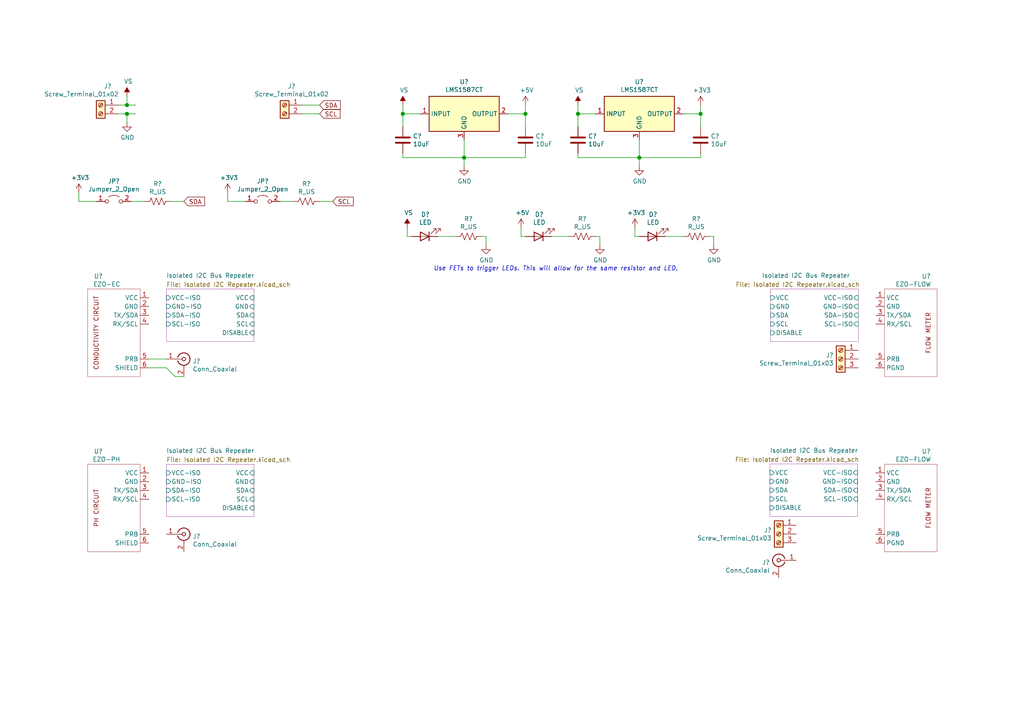
<source format=kicad_sch>
(kicad_sch (version 20200828) (generator eeschema)

  (page 1 5)

  (paper "A4")

  (lib_symbols
    (symbol "Connector:Conn_Coaxial" (pin_names (offset 1.016) hide) (in_bom yes) (on_board yes)
      (property "Reference" "J" (id 0) (at 0.254 3.048 0)
        (effects (font (size 1.27 1.27)))
      )
      (property "Value" "Conn_Coaxial" (id 1) (at 2.921 0 90)
        (effects (font (size 1.27 1.27)))
      )
      (property "Footprint" "" (id 2) (at 0 0 0)
        (effects (font (size 1.27 1.27)) hide)
      )
      (property "Datasheet" " ~" (id 3) (at 0 0 0)
        (effects (font (size 1.27 1.27)) hide)
      )
      (property "ki_keywords" "BNC SMA SMB SMC coaxial connector CINCH RCA" (id 4) (at 0 0 0)
        (effects (font (size 1.27 1.27)) hide)
      )
      (property "ki_description" "coaxial connector (BNC, SMA, SMB, SMC, Cinch/RCA, ...)" (id 5) (at 0 0 0)
        (effects (font (size 1.27 1.27)) hide)
      )
      (property "ki_fp_filters" "*BNC* *SMA* *SMB* *SMC* *Cinch*" (id 6) (at 0 0 0)
        (effects (font (size 1.27 1.27)) hide)
      )
      (symbol "Conn_Coaxial_0_1"
        (arc (start -1.778 0.508) (end 1.778 0) (radius (at -0.0508 0) (length 1.8034) (angles 163.6 0))
          (stroke (width 0.254)) (fill (type none))
        )
        (arc (start 1.778 0) (end -1.778 -0.508) (radius (at -0.0254 0) (length 1.8034) (angles 0 -163.8))
          (stroke (width 0.254)) (fill (type none))
        )
        (circle (center 0 0) (radius 0.508) (stroke (width 0.2032)) (fill (type none)))
        (polyline
          (pts
            (xy -2.54 0)
            (xy -0.508 0)
          )
          (stroke (width 0)) (fill (type none))
        )
        (polyline
          (pts
            (xy 0 -2.54)
            (xy 0 -1.778)
          )
          (stroke (width 0)) (fill (type none))
        )
      )
      (symbol "Conn_Coaxial_1_1"
        (pin passive line (at -5.08 0 0) (length 2.54)
          (name "In" (effects (font (size 1.27 1.27))))
          (number "1" (effects (font (size 1.27 1.27))))
        )
        (pin passive line (at 0 -5.08 90) (length 2.54)
          (name "Ext" (effects (font (size 1.27 1.27))))
          (number "2" (effects (font (size 1.27 1.27))))
        )
      )
    )
    (symbol "Connector:Screw_Terminal_01x02" (pin_names (offset 1.016) hide) (in_bom yes) (on_board yes)
      (property "Reference" "J" (id 0) (at 0 2.54 0)
        (effects (font (size 1.27 1.27)))
      )
      (property "Value" "Screw_Terminal_01x02" (id 1) (at 0 -5.08 0)
        (effects (font (size 1.27 1.27)))
      )
      (property "Footprint" "" (id 2) (at 0 0 0)
        (effects (font (size 1.27 1.27)) hide)
      )
      (property "Datasheet" "~" (id 3) (at 0 0 0)
        (effects (font (size 1.27 1.27)) hide)
      )
      (property "ki_keywords" "screw terminal" (id 4) (at 0 0 0)
        (effects (font (size 1.27 1.27)) hide)
      )
      (property "ki_description" "Generic screw terminal, single row, 01x02, script generated (kicad-library-utils/schlib/autogen/connector/)" (id 5) (at 0 0 0)
        (effects (font (size 1.27 1.27)) hide)
      )
      (property "ki_fp_filters" "TerminalBlock*:*" (id 6) (at 0 0 0)
        (effects (font (size 1.27 1.27)) hide)
      )
      (symbol "Screw_Terminal_01x02_1_1"
        (circle (center 0 -2.54) (radius 0.635) (stroke (width 0.1524)) (fill (type none)))
        (circle (center 0 0) (radius 0.635) (stroke (width 0.1524)) (fill (type none)))
        (rectangle (start -1.27 1.27) (end 1.27 -3.81)
          (stroke (width 0.254)) (fill (type background))
        )
        (polyline
          (pts
            (xy -0.5334 -2.2098)
            (xy 0.3302 -3.048)
          )
          (stroke (width 0.1524)) (fill (type none))
        )
        (polyline
          (pts
            (xy -0.5334 0.3302)
            (xy 0.3302 -0.508)
          )
          (stroke (width 0.1524)) (fill (type none))
        )
        (polyline
          (pts
            (xy -0.3556 -2.032)
            (xy 0.508 -2.8702)
          )
          (stroke (width 0.1524)) (fill (type none))
        )
        (polyline
          (pts
            (xy -0.3556 0.508)
            (xy 0.508 -0.3302)
          )
          (stroke (width 0.1524)) (fill (type none))
        )
        (pin passive line (at -5.08 0 0) (length 3.81)
          (name "Pin_1" (effects (font (size 1.27 1.27))))
          (number "1" (effects (font (size 1.27 1.27))))
        )
        (pin passive line (at -5.08 -2.54 0) (length 3.81)
          (name "Pin_2" (effects (font (size 1.27 1.27))))
          (number "2" (effects (font (size 1.27 1.27))))
        )
      )
    )
    (symbol "Connector:Screw_Terminal_01x03" (pin_names (offset 1.016) hide) (in_bom yes) (on_board yes)
      (property "Reference" "J" (id 0) (at 0 5.08 0)
        (effects (font (size 1.27 1.27)))
      )
      (property "Value" "Screw_Terminal_01x03" (id 1) (at 0 -5.08 0)
        (effects (font (size 1.27 1.27)))
      )
      (property "Footprint" "" (id 2) (at 0 0 0)
        (effects (font (size 1.27 1.27)) hide)
      )
      (property "Datasheet" "~" (id 3) (at 0 0 0)
        (effects (font (size 1.27 1.27)) hide)
      )
      (property "ki_keywords" "screw terminal" (id 4) (at 0 0 0)
        (effects (font (size 1.27 1.27)) hide)
      )
      (property "ki_description" "Generic screw terminal, single row, 01x03, script generated (kicad-library-utils/schlib/autogen/connector/)" (id 5) (at 0 0 0)
        (effects (font (size 1.27 1.27)) hide)
      )
      (property "ki_fp_filters" "TerminalBlock*:*" (id 6) (at 0 0 0)
        (effects (font (size 1.27 1.27)) hide)
      )
      (symbol "Screw_Terminal_01x03_1_1"
        (circle (center 0 -2.54) (radius 0.635) (stroke (width 0.1524)) (fill (type none)))
        (circle (center 0 0) (radius 0.635) (stroke (width 0.1524)) (fill (type none)))
        (circle (center 0 2.54) (radius 0.635) (stroke (width 0.1524)) (fill (type none)))
        (rectangle (start -1.27 3.81) (end 1.27 -3.81)
          (stroke (width 0.254)) (fill (type background))
        )
        (polyline
          (pts
            (xy -0.5334 -2.2098)
            (xy 0.3302 -3.048)
          )
          (stroke (width 0.1524)) (fill (type none))
        )
        (polyline
          (pts
            (xy -0.5334 0.3302)
            (xy 0.3302 -0.508)
          )
          (stroke (width 0.1524)) (fill (type none))
        )
        (polyline
          (pts
            (xy -0.5334 2.8702)
            (xy 0.3302 2.032)
          )
          (stroke (width 0.1524)) (fill (type none))
        )
        (polyline
          (pts
            (xy -0.3556 -2.032)
            (xy 0.508 -2.8702)
          )
          (stroke (width 0.1524)) (fill (type none))
        )
        (polyline
          (pts
            (xy -0.3556 0.508)
            (xy 0.508 -0.3302)
          )
          (stroke (width 0.1524)) (fill (type none))
        )
        (polyline
          (pts
            (xy -0.3556 3.048)
            (xy 0.508 2.2098)
          )
          (stroke (width 0.1524)) (fill (type none))
        )
        (pin passive line (at -5.08 2.54 0) (length 3.81)
          (name "Pin_1" (effects (font (size 1.27 1.27))))
          (number "1" (effects (font (size 1.27 1.27))))
        )
        (pin passive line (at -5.08 0 0) (length 3.81)
          (name "Pin_2" (effects (font (size 1.27 1.27))))
          (number "2" (effects (font (size 1.27 1.27))))
        )
        (pin passive line (at -5.08 -2.54 0) (length 3.81)
          (name "Pin_3" (effects (font (size 1.27 1.27))))
          (number "3" (effects (font (size 1.27 1.27))))
        )
      )
    )
    (symbol "Device:C" (pin_numbers hide) (pin_names (offset 0.254)) (in_bom yes) (on_board yes)
      (property "Reference" "C" (id 0) (at 0.635 2.54 0)
        (effects (font (size 1.27 1.27)) (justify left))
      )
      (property "Value" "C" (id 1) (at 0.635 -2.54 0)
        (effects (font (size 1.27 1.27)) (justify left))
      )
      (property "Footprint" "" (id 2) (at 0.9652 -3.81 0)
        (effects (font (size 1.27 1.27)) hide)
      )
      (property "Datasheet" "~" (id 3) (at 0 0 0)
        (effects (font (size 1.27 1.27)) hide)
      )
      (property "ki_keywords" "cap capacitor" (id 4) (at 0 0 0)
        (effects (font (size 1.27 1.27)) hide)
      )
      (property "ki_description" "Unpolarized capacitor" (id 5) (at 0 0 0)
        (effects (font (size 1.27 1.27)) hide)
      )
      (property "ki_fp_filters" "C_*" (id 6) (at 0 0 0)
        (effects (font (size 1.27 1.27)) hide)
      )
      (symbol "C_0_1"
        (polyline
          (pts
            (xy -2.032 -0.762)
            (xy 2.032 -0.762)
          )
          (stroke (width 0.508)) (fill (type none))
        )
        (polyline
          (pts
            (xy -2.032 0.762)
            (xy 2.032 0.762)
          )
          (stroke (width 0.508)) (fill (type none))
        )
      )
      (symbol "C_1_1"
        (pin passive line (at 0 3.81 270) (length 2.794)
          (name "~" (effects (font (size 1.27 1.27))))
          (number "1" (effects (font (size 1.27 1.27))))
        )
        (pin passive line (at 0 -3.81 90) (length 2.794)
          (name "~" (effects (font (size 1.27 1.27))))
          (number "2" (effects (font (size 1.27 1.27))))
        )
      )
    )
    (symbol "Device:LED" (pin_numbers hide) (pin_names (offset 1.016) hide) (in_bom yes) (on_board yes)
      (property "Reference" "D" (id 0) (at 0 2.54 0)
        (effects (font (size 1.27 1.27)))
      )
      (property "Value" "LED" (id 1) (at 0 -2.54 0)
        (effects (font (size 1.27 1.27)))
      )
      (property "Footprint" "" (id 2) (at 0 0 0)
        (effects (font (size 1.27 1.27)) hide)
      )
      (property "Datasheet" "~" (id 3) (at 0 0 0)
        (effects (font (size 1.27 1.27)) hide)
      )
      (property "ki_keywords" "LED diode" (id 4) (at 0 0 0)
        (effects (font (size 1.27 1.27)) hide)
      )
      (property "ki_description" "Light emitting diode" (id 5) (at 0 0 0)
        (effects (font (size 1.27 1.27)) hide)
      )
      (property "ki_fp_filters" "LED* LED_SMD:* LED_THT:*" (id 6) (at 0 0 0)
        (effects (font (size 1.27 1.27)) hide)
      )
      (symbol "LED_0_1"
        (polyline
          (pts
            (xy -1.27 -1.27)
            (xy -1.27 1.27)
          )
          (stroke (width 0.254)) (fill (type none))
        )
        (polyline
          (pts
            (xy -1.27 0)
            (xy 1.27 0)
          )
          (stroke (width 0)) (fill (type none))
        )
        (polyline
          (pts
            (xy 1.27 -1.27)
            (xy 1.27 1.27)
            (xy -1.27 0)
            (xy 1.27 -1.27)
          )
          (stroke (width 0.254)) (fill (type none))
        )
        (polyline
          (pts
            (xy -3.048 -0.762)
            (xy -4.572 -2.286)
            (xy -3.81 -2.286)
            (xy -4.572 -2.286)
            (xy -4.572 -1.524)
          )
          (stroke (width 0)) (fill (type none))
        )
        (polyline
          (pts
            (xy -1.778 -0.762)
            (xy -3.302 -2.286)
            (xy -2.54 -2.286)
            (xy -3.302 -2.286)
            (xy -3.302 -1.524)
          )
          (stroke (width 0)) (fill (type none))
        )
      )
      (symbol "LED_1_1"
        (pin passive line (at -3.81 0 0) (length 2.54)
          (name "K" (effects (font (size 1.27 1.27))))
          (number "1" (effects (font (size 1.27 1.27))))
        )
        (pin passive line (at 3.81 0 180) (length 2.54)
          (name "A" (effects (font (size 1.27 1.27))))
          (number "2" (effects (font (size 1.27 1.27))))
        )
      )
    )
    (symbol "Device:R_US" (pin_numbers hide) (pin_names (offset 0)) (in_bom yes) (on_board yes)
      (property "Reference" "R" (id 0) (at 2.54 0 90)
        (effects (font (size 1.27 1.27)))
      )
      (property "Value" "R_US" (id 1) (at -2.54 0 90)
        (effects (font (size 1.27 1.27)))
      )
      (property "Footprint" "" (id 2) (at 1.016 -0.254 90)
        (effects (font (size 1.27 1.27)) hide)
      )
      (property "Datasheet" "~" (id 3) (at 0 0 0)
        (effects (font (size 1.27 1.27)) hide)
      )
      (property "ki_keywords" "R res resistor" (id 4) (at 0 0 0)
        (effects (font (size 1.27 1.27)) hide)
      )
      (property "ki_description" "Resistor, US symbol" (id 5) (at 0 0 0)
        (effects (font (size 1.27 1.27)) hide)
      )
      (property "ki_fp_filters" "R_*" (id 6) (at 0 0 0)
        (effects (font (size 1.27 1.27)) hide)
      )
      (symbol "R_US_0_1"
        (polyline
          (pts
            (xy 0 -2.286)
            (xy 0 -2.54)
          )
          (stroke (width 0)) (fill (type none))
        )
        (polyline
          (pts
            (xy 0 2.286)
            (xy 0 2.54)
          )
          (stroke (width 0)) (fill (type none))
        )
        (polyline
          (pts
            (xy 0 -0.762)
            (xy 1.016 -1.143)
            (xy 0 -1.524)
            (xy -1.016 -1.905)
            (xy 0 -2.286)
          )
          (stroke (width 0)) (fill (type none))
        )
        (polyline
          (pts
            (xy 0 0.762)
            (xy 1.016 0.381)
            (xy 0 0)
            (xy -1.016 -0.381)
            (xy 0 -0.762)
          )
          (stroke (width 0)) (fill (type none))
        )
        (polyline
          (pts
            (xy 0 2.286)
            (xy 1.016 1.905)
            (xy 0 1.524)
            (xy -1.016 1.143)
            (xy 0 0.762)
          )
          (stroke (width 0)) (fill (type none))
        )
      )
      (symbol "R_US_1_1"
        (pin passive line (at 0 3.81 270) (length 1.27)
          (name "~" (effects (font (size 1.27 1.27))))
          (number "1" (effects (font (size 1.27 1.27))))
        )
        (pin passive line (at 0 -3.81 90) (length 1.27)
          (name "~" (effects (font (size 1.27 1.27))))
          (number "2" (effects (font (size 1.27 1.27))))
        )
      )
    )
    (symbol "EZO:EZO-EC" (in_bom yes) (on_board yes)
      (property "Reference" "U" (id 0) (at 0 12.7 0)
        (effects (font (size 1.27 1.27)))
      )
      (property "Value" "EZO-EC" (id 1) (at 0 10.16 0)
        (effects (font (size 1.27 1.27)))
      )
      (property "Footprint" "" (id 2) (at -12.7 17.78 0)
        (effects (font (size 1.27 1.27)) hide)
      )
      (property "Datasheet" "https://atlas-scientific.com/files/EC_EZO_Datasheet.pdf" (id 3) (at -6.858 62.6872 0)
        (effects (font (size 1.27 1.27)) hide)
      )
      (property "Accuracy Graph" "https://atlas-scientific.com/files/conductivity_accuracy_graph.pdf" (id 4) (at -2.286 52.4256 0)
        (effects (font (size 1.27 1.27)) hide)
      )
      (property "Product Page" "https://atlas-scientific.com/embedded-solutions/ezo-conductivity-circuit/" (id 5) (at 2.8956 57.658 0)
        (effects (font (size 1.27 1.27)) hide)
      )
      (property "Operating Voltage" "3.3-5V" (id 6) (at -30.8356 47.3964 0)
        (effects (font (size 1.27 1.27)) hide)
      )
      (property "Measurement" "Conductivity (uS/cm), Total Dissolved Solids (ppm), Salinity(PSU/ppt), Specific Gravity (sea water only)" (id 7) (at 16.1544 27.7368 0)
        (effects (font (size 1.27 1.27)) hide)
      )
      (property "Accuracy" "+/-2%" (id 8) (at -31.1912 37.6936 0)
        (effects (font (size 1.27 1.27)) hide)
      )
      (property "Range" "0.07-500000 uS/cm" (id 9) (at -24.892 42.4688 0)
        (effects (font (size 1.27 1.27)) hide)
      )
      (property "Communication Protocol" "UART, I2C" (id 10) (at -30.2768 31.9532 0)
        (effects (font (size 1.27 1.27)) hide)
      )
      (property "ki_keywords" "Conductivity Circuit" (id 11) (at 0 0 0)
        (effects (font (size 1.27 1.27)) hide)
      )
      (property "ki_description" "Conductivity Circuit, Breakout Board, EZO, Atlas Scientific" (id 12) (at 0 0 0)
        (effects (font (size 1.27 1.27)) hide)
      )
      (symbol "EZO-EC_0_0"
        (text "CONDUCTIVITY CIRCUIT" (at 0 5.08 0)
          (effects (font (size 1.27 1.27)))
        )
        (pin power_in line (at -10.16 -10.16 90) (length 2.54)
          (name "VCC" (effects (font (size 1.27 1.27))))
          (number "1" (effects (font (size 1.27 1.27))))
        )
        (pin power_in line (at -7.62 -10.16 90) (length 2.54)
          (name "GND" (effects (font (size 1.27 1.27))))
          (number "2" (effects (font (size 1.27 1.27))))
        )
        (pin bidirectional line (at -5.08 -10.16 90) (length 2.54)
          (name "TX/SDA" (effects (font (size 1.27 1.27))))
          (number "3" (effects (font (size 1.27 1.27))))
        )
        (pin bidirectional line (at -2.54 -10.16 90) (length 2.54)
          (name "RX/SCL" (effects (font (size 1.27 1.27))))
          (number "4" (effects (font (size 1.27 1.27))))
        )
        (pin output line (at 7.62 -10.16 90) (length 2.54)
          (name "PRB" (effects (font (size 1.27 1.27))))
          (number "5" (effects (font (size 1.27 1.27))))
        )
        (pin passive line (at 10.16 -10.16 90) (length 2.54)
          (name "SHIELD" (effects (font (size 1.27 1.27))))
          (number "6" (effects (font (size 1.27 1.27))))
        )
      )
      (symbol "EZO-EC_0_1"
        (rectangle (start -12.7 7.62) (end 12.7 -7.62)
          (stroke (width 0.0006)) (fill (type none))
        )
      )
    )
    (symbol "EZO:EZO-FLOW" (in_bom yes) (on_board yes)
      (property "Reference" "U" (id 0) (at 0 12.7 0)
        (effects (font (size 1.27 1.27)))
      )
      (property "Value" "EZO-FLOW" (id 1) (at 0 10.16 0)
        (effects (font (size 1.27 1.27)))
      )
      (property "Footprint" "" (id 2) (at 2.54 2.54 0)
        (effects (font (size 1.27 1.27)) hide)
      )
      (property "Datasheet" "https://atlas-scientific.com/files/flow_EZO_Datasheet.pdf" (id 3) (at 1.1684 37.2364 0)
        (effects (font (size 1.27 1.27)) hide)
      )
      (property "Product Page" "https://atlas-scientific.com/embedded-solutions/ezo-embedded-flow-meter-totalizer/" (id 5) (at 19.1516 34.7472 0)
        (effects (font (size 1.27 1.27)) hide)
      )
      (property "Operating Voltage" "3.3-5V" (id 6) (at -21.8948 29.3624 0)
        (effects (font (size 1.27 1.27)) hide)
      )
      (property "Measurement" "Total flow and flow rate" (id 7) (at -13.4112 19.1516 0)
        (effects (font (size 1.27 1.27)) hide)
      )
      (property "Communication Protocol" "UART, I2C" (id 10) (at -20.1168 24.3332 0)
        (effects (font (size 1.27 1.27)) hide)
      )
      (property "ki_keywords" "Conductivity Circuit" (id 11) (at 0 0 0)
        (effects (font (size 1.27 1.27)) hide)
      )
      (property "ki_description" "Conductivity Circuit, Breakout Board, EZO, Atlas Scientific" (id 12) (at 0 0 0)
        (effects (font (size 1.27 1.27)) hide)
      )
      (symbol "EZO-FLOW_0_0"
        (text "FLOW METER" (at 0 5.08 0)
          (effects (font (size 1.27 1.27)))
        )
        (pin power_in line (at -10.16 -10.16 90) (length 2.54)
          (name "VCC" (effects (font (size 1.27 1.27))))
          (number "1" (effects (font (size 1.27 1.27))))
        )
        (pin power_in line (at -7.62 -10.16 90) (length 2.54)
          (name "GND" (effects (font (size 1.27 1.27))))
          (number "2" (effects (font (size 1.27 1.27))))
        )
        (pin bidirectional line (at -5.08 -10.16 90) (length 2.54)
          (name "TX/SDA" (effects (font (size 1.27 1.27))))
          (number "3" (effects (font (size 1.27 1.27))))
        )
        (pin bidirectional line (at -2.54 -10.16 90) (length 2.54)
          (name "RX/SCL" (effects (font (size 1.27 1.27))))
          (number "4" (effects (font (size 1.27 1.27))))
        )
        (pin output line (at 7.62 -10.16 90) (length 2.54)
          (name "PRB" (effects (font (size 1.27 1.27))))
          (number "5" (effects (font (size 1.27 1.27))))
        )
        (pin passive line (at 10.16 -10.16 90) (length 2.54)
          (name "PGND" (effects (font (size 1.27 1.27))))
          (number "6" (effects (font (size 1.27 1.27))))
        )
      )
      (symbol "EZO-FLOW_0_1"
        (rectangle (start -12.7 7.62) (end 12.7 -7.62)
          (stroke (width 0.0006)) (fill (type none))
        )
      )
    )
    (symbol "EZO:EZO-FLOW_1" (in_bom yes) (on_board yes)
      (property "Reference" "U" (id 0) (at 0 12.7 0)
        (effects (font (size 1.27 1.27)))
      )
      (property "Value" "EZO-FLOW" (id 1) (at 0 10.16 0)
        (effects (font (size 1.27 1.27)))
      )
      (property "Footprint" "" (id 2) (at 2.54 2.54 0)
        (effects (font (size 1.27 1.27)) hide)
      )
      (property "Datasheet" "https://atlas-scientific.com/files/flow_EZO_Datasheet.pdf" (id 3) (at 1.1684 37.2364 0)
        (effects (font (size 1.27 1.27)) hide)
      )
      (property "Product Page" "https://atlas-scientific.com/embedded-solutions/ezo-embedded-flow-meter-totalizer/" (id 5) (at 19.1516 34.7472 0)
        (effects (font (size 1.27 1.27)) hide)
      )
      (property "Operating Voltage" "3.3-5V" (id 6) (at -21.8948 29.3624 0)
        (effects (font (size 1.27 1.27)) hide)
      )
      (property "Measurement" "Total flow and flow rate" (id 7) (at -13.4112 19.1516 0)
        (effects (font (size 1.27 1.27)) hide)
      )
      (property "Communication Protocol" "UART, I2C" (id 10) (at -20.1168 24.3332 0)
        (effects (font (size 1.27 1.27)) hide)
      )
      (property "ki_keywords" "Conductivity Circuit" (id 11) (at 0 0 0)
        (effects (font (size 1.27 1.27)) hide)
      )
      (property "ki_description" "Conductivity Circuit, Breakout Board, EZO, Atlas Scientific" (id 12) (at 0 0 0)
        (effects (font (size 1.27 1.27)) hide)
      )
      (symbol "EZO-FLOW_1_0_0"
        (text "FLOW METER" (at 0 5.08 0)
          (effects (font (size 1.27 1.27)))
        )
        (pin power_in line (at -10.16 -10.16 90) (length 2.54)
          (name "VCC" (effects (font (size 1.27 1.27))))
          (number "1" (effects (font (size 1.27 1.27))))
        )
        (pin power_in line (at -7.62 -10.16 90) (length 2.54)
          (name "GND" (effects (font (size 1.27 1.27))))
          (number "2" (effects (font (size 1.27 1.27))))
        )
        (pin bidirectional line (at -5.08 -10.16 90) (length 2.54)
          (name "TX/SDA" (effects (font (size 1.27 1.27))))
          (number "3" (effects (font (size 1.27 1.27))))
        )
        (pin bidirectional line (at -2.54 -10.16 90) (length 2.54)
          (name "RX/SCL" (effects (font (size 1.27 1.27))))
          (number "4" (effects (font (size 1.27 1.27))))
        )
        (pin output line (at 7.62 -10.16 90) (length 2.54)
          (name "PRB" (effects (font (size 1.27 1.27))))
          (number "5" (effects (font (size 1.27 1.27))))
        )
        (pin passive line (at 10.16 -10.16 90) (length 2.54)
          (name "PGND" (effects (font (size 1.27 1.27))))
          (number "6" (effects (font (size 1.27 1.27))))
        )
      )
      (symbol "EZO-FLOW_1_0_1"
        (rectangle (start -12.7 7.62) (end 12.7 -7.62)
          (stroke (width 0.0006)) (fill (type none))
        )
      )
    )
    (symbol "EZO:EZO-PH" (in_bom yes) (on_board yes)
      (property "Reference" "U" (id 0) (at 0 12.7 0)
        (effects (font (size 1.27 1.27)))
      )
      (property "Value" "EZO-PH" (id 1) (at 0 10.16 0)
        (effects (font (size 1.27 1.27)))
      )
      (property "Footprint" "" (id 2) (at -15.24 7.62 0)
        (effects (font (size 1.27 1.27)) hide)
      )
      (property "Datasheet" "https://atlas-scientific.com/files/pH_EZO_Datasheet.pdf" (id 3) (at -4.7244 39.5224 0)
        (effects (font (size 1.27 1.27)) hide)
      )
      (property "Product Page" "https://atlas-scientific.com/embedded-solutions/ezo-ph-circuit/" (id 5) (at 0 35.56 0)
        (effects (font (size 1.27 1.27)) hide)
      )
      (property "Operating Voltage" "3.3-5V" (id 6) (at -28.2956 29.6164 0)
        (effects (font (size 1.27 1.27)) hide)
      )
      (property "Measurement" "pH" (id 7) (at -30.48 10.16 0)
        (effects (font (size 1.27 1.27)) hide)
      )
      (property "Range" "0.001-14.000" (id 9) (at -25.2476 24.4856 0)
        (effects (font (size 1.27 1.27)) hide)
      )
      (property "Communication Protocol" "UART, I2C" (id 10) (at -27.7368 14.1732 0)
        (effects (font (size 1.27 1.27)) hide)
      )
      (property "Accuracy" "+/- 0.002" (id 8) (at -27.3304 19.9136 0)
        (effects (font (size 1.27 1.27)) hide)
      )
      (property "ki_keywords" "pH Circuit" (id 9) (at 0 0 0)
        (effects (font (size 1.27 1.27)) hide)
      )
      (property "ki_description" "pH Circuit, Breakout Board, EZO, Atlas Scientific" (id 10) (at 0 0 0)
        (effects (font (size 1.27 1.27)) hide)
      )
      (symbol "EZO-PH_0_0"
        (text "PH CIRCUIT" (at 0 5.08 0)
          (effects (font (size 1.27 1.27)))
        )
        (pin power_in line (at -10.16 -10.16 90) (length 2.54)
          (name "VCC" (effects (font (size 1.27 1.27))))
          (number "1" (effects (font (size 1.27 1.27))))
        )
        (pin power_in line (at -7.62 -10.16 90) (length 2.54)
          (name "GND" (effects (font (size 1.27 1.27))))
          (number "2" (effects (font (size 1.27 1.27))))
        )
        (pin bidirectional line (at -5.08 -10.16 90) (length 2.54)
          (name "TX/SDA" (effects (font (size 1.27 1.27))))
          (number "3" (effects (font (size 1.27 1.27))))
        )
        (pin bidirectional line (at -2.54 -10.16 90) (length 2.54)
          (name "RX/SCL" (effects (font (size 1.27 1.27))))
          (number "4" (effects (font (size 1.27 1.27))))
        )
        (pin output line (at 7.62 -10.16 90) (length 2.54)
          (name "PRB" (effects (font (size 1.27 1.27))))
          (number "5" (effects (font (size 1.27 1.27))))
        )
        (pin passive line (at 10.16 -10.16 90) (length 2.54)
          (name "SHIELD" (effects (font (size 1.27 1.27))))
          (number "6" (effects (font (size 1.27 1.27))))
        )
      )
      (symbol "EZO-PH_0_1"
        (rectangle (start -12.7 7.62) (end 12.7 -7.62)
          (stroke (width 0.0006)) (fill (type none))
        )
      )
    )
    (symbol "Jumper:Jumper_2_Open" (pin_names (offset 0) hide) (in_bom yes) (on_board yes)
      (property "Reference" "JP" (id 0) (at 0 2.794 0)
        (effects (font (size 1.27 1.27)))
      )
      (property "Value" "Jumper_2_Open" (id 1) (at 0 -2.286 0)
        (effects (font (size 1.27 1.27)))
      )
      (property "Footprint" "" (id 2) (at 0 0 0)
        (effects (font (size 1.27 1.27)) hide)
      )
      (property "Datasheet" "~" (id 3) (at 0 0 0)
        (effects (font (size 1.27 1.27)) hide)
      )
      (property "ki_keywords" "Jumper SPST" (id 4) (at 0 0 0)
        (effects (font (size 1.27 1.27)) hide)
      )
      (property "ki_description" "Jumper, 2-pole, open" (id 5) (at 0 0 0)
        (effects (font (size 1.27 1.27)) hide)
      )
      (property "ki_fp_filters" "Jumper* TestPoint*2Pads* TestPoint*Bridge*" (id 6) (at 0 0 0)
        (effects (font (size 1.27 1.27)) hide)
      )
      (symbol "Jumper_2_Open_0_1"
        (arc (start -1.524 1.27) (end 1.524 1.27) (radius (at 0 -0.762) (length 2.54) (angles 126.9 53.1))
          (stroke (width 0)) (fill (type none))
        )
      )
      (symbol "Jumper_2_Open_0_0"
        (circle (center -2.032 0) (radius 0.508) (stroke (width 0)) (fill (type none)))
        (circle (center 2.032 0) (radius 0.508) (stroke (width 0)) (fill (type none)))
      )
      (symbol "Jumper_2_Open_1_1"
        (pin passive line (at -5.08 0 0) (length 2.54)
          (name "A" (effects (font (size 1.27 1.27))))
          (number "1" (effects (font (size 1.27 1.27))))
        )
        (pin passive line (at 5.08 0 180) (length 2.54)
          (name "B" (effects (font (size 1.27 1.27))))
          (number "2" (effects (font (size 1.27 1.27))))
        )
      )
    )
    (symbol "VoltageRegulator-Linear:LMS1587CT" (in_bom yes) (on_board yes)
      (property "Reference" "U" (id 0) (at 0 2.54 0)
        (effects (font (size 1.27 1.27)))
      )
      (property "Value" "LMS1587CT" (id 1) (at 0 7.62 0)
        (effects (font (size 1.27 1.27)))
      )
      (property "Footprint" "" (id 2) (at 0 2.54 0)
        (effects (font (size 1.27 1.27)) hide)
      )
      (property "Datasheet" "https://www.ti.com/lit/ds/symlink/lms1587.pdf?HQS=dis-dk-null-digikeymode-dsf-pf-null-wwe&ts=1609192032835" (id 3) (at 0 10.16 0)
        (effects (font (size 1.27 1.27)) hide)
      )
      (property "ki_keywords" "Linear Voltage Regulator 3.3V 3A" (id 4) (at 0 0 0)
        (effects (font (size 1.27 1.27)) hide)
      )
      (property "ki_description" "IC, Regulator, linear, 3.3V, 3A" (id 5) (at 0 0 0)
        (effects (font (size 1.27 1.27)) hide)
      )
      (symbol "LMS1587CT_0_1"
        (rectangle (start -10.16 5.08) (end 10.16 -5.08)
          (stroke (width 0.254)) (fill (type background))
        )
      )
      (symbol "LMS1587CT_0_0"
        (pin power_in line (at -12.7 0 0) (length 2.54)
          (name "INPUT" (effects (font (size 1.27 1.27))))
          (number "1" (effects (font (size 1.27 1.27))))
        )
        (pin power_out line (at 12.7 0 180) (length 2.54)
          (name "OUTPUT" (effects (font (size 1.27 1.27))))
          (number "2" (effects (font (size 1.27 1.27))))
        )
        (pin bidirectional line (at 0 -7.62 90) (length 2.54)
          (name "GND" (effects (font (size 1.27 1.27))))
          (number "3" (effects (font (size 1.27 1.27))))
          (alternate "ADJ" bidirectional line)
        )
      )
    )
    (symbol "power:+3V3" (power) (pin_names (offset 0)) (in_bom yes) (on_board yes)
      (property "Reference" "#PWR" (id 0) (at 0 -3.81 0)
        (effects (font (size 1.27 1.27)) hide)
      )
      (property "Value" "+3V3" (id 1) (at 0 3.556 0)
        (effects (font (size 1.27 1.27)))
      )
      (property "Footprint" "" (id 2) (at 0 0 0)
        (effects (font (size 1.27 1.27)) hide)
      )
      (property "Datasheet" "" (id 3) (at 0 0 0)
        (effects (font (size 1.27 1.27)) hide)
      )
      (property "ki_keywords" "power-flag" (id 4) (at 0 0 0)
        (effects (font (size 1.27 1.27)) hide)
      )
      (property "ki_description" "Power symbol creates a global label with name \"+3V3\"" (id 5) (at 0 0 0)
        (effects (font (size 1.27 1.27)) hide)
      )
      (symbol "+3V3_0_1"
        (polyline
          (pts
            (xy -0.762 1.27)
            (xy 0 2.54)
          )
          (stroke (width 0)) (fill (type none))
        )
        (polyline
          (pts
            (xy 0 0)
            (xy 0 2.54)
          )
          (stroke (width 0)) (fill (type none))
        )
        (polyline
          (pts
            (xy 0 2.54)
            (xy 0.762 1.27)
          )
          (stroke (width 0)) (fill (type none))
        )
      )
      (symbol "+3V3_1_1"
        (pin power_in line (at 0 0 90) (length 0) hide
          (name "+3V3" (effects (font (size 1.27 1.27))))
          (number "1" (effects (font (size 1.27 1.27))))
        )
      )
    )
    (symbol "power:+5V" (power) (pin_names (offset 0)) (in_bom yes) (on_board yes)
      (property "Reference" "#PWR" (id 0) (at 0 -3.81 0)
        (effects (font (size 1.27 1.27)) hide)
      )
      (property "Value" "+5V" (id 1) (at 0 3.556 0)
        (effects (font (size 1.27 1.27)))
      )
      (property "Footprint" "" (id 2) (at 0 0 0)
        (effects (font (size 1.27 1.27)) hide)
      )
      (property "Datasheet" "" (id 3) (at 0 0 0)
        (effects (font (size 1.27 1.27)) hide)
      )
      (property "ki_keywords" "power-flag" (id 4) (at 0 0 0)
        (effects (font (size 1.27 1.27)) hide)
      )
      (property "ki_description" "Power symbol creates a global label with name \"+5V\"" (id 5) (at 0 0 0)
        (effects (font (size 1.27 1.27)) hide)
      )
      (symbol "+5V_0_1"
        (polyline
          (pts
            (xy -0.762 1.27)
            (xy 0 2.54)
          )
          (stroke (width 0)) (fill (type none))
        )
        (polyline
          (pts
            (xy 0 0)
            (xy 0 2.54)
          )
          (stroke (width 0)) (fill (type none))
        )
        (polyline
          (pts
            (xy 0 2.54)
            (xy 0.762 1.27)
          )
          (stroke (width 0)) (fill (type none))
        )
      )
      (symbol "+5V_1_1"
        (pin power_in line (at 0 0 90) (length 0) hide
          (name "+5V" (effects (font (size 1.27 1.27))))
          (number "1" (effects (font (size 1.27 1.27))))
        )
      )
    )
    (symbol "power:GND" (power) (pin_names (offset 0)) (in_bom yes) (on_board yes)
      (property "Reference" "#PWR" (id 0) (at 0 -6.35 0)
        (effects (font (size 1.27 1.27)) hide)
      )
      (property "Value" "GND" (id 1) (at 0 -3.81 0)
        (effects (font (size 1.27 1.27)))
      )
      (property "Footprint" "" (id 2) (at 0 0 0)
        (effects (font (size 1.27 1.27)) hide)
      )
      (property "Datasheet" "" (id 3) (at 0 0 0)
        (effects (font (size 1.27 1.27)) hide)
      )
      (property "ki_keywords" "power-flag" (id 4) (at 0 0 0)
        (effects (font (size 1.27 1.27)) hide)
      )
      (property "ki_description" "Power symbol creates a global label with name \"GND\" , ground" (id 5) (at 0 0 0)
        (effects (font (size 1.27 1.27)) hide)
      )
      (symbol "GND_0_1"
        (polyline
          (pts
            (xy 0 0)
            (xy 0 -1.27)
            (xy 1.27 -1.27)
            (xy 0 -2.54)
            (xy -1.27 -1.27)
            (xy 0 -1.27)
          )
          (stroke (width 0)) (fill (type none))
        )
      )
      (symbol "GND_1_1"
        (pin power_in line (at 0 0 270) (length 0) hide
          (name "GND" (effects (font (size 1.27 1.27))))
          (number "1" (effects (font (size 1.27 1.27))))
        )
      )
    )
    (symbol "power:VS" (power) (pin_names (offset 0)) (in_bom yes) (on_board yes)
      (property "Reference" "#PWR" (id 0) (at -5.08 -3.81 0)
        (effects (font (size 1.27 1.27)) hide)
      )
      (property "Value" "VS" (id 1) (at 0 3.81 0)
        (effects (font (size 1.27 1.27)))
      )
      (property "Footprint" "" (id 2) (at 0 0 0)
        (effects (font (size 1.27 1.27)) hide)
      )
      (property "Datasheet" "" (id 3) (at 0 0 0)
        (effects (font (size 1.27 1.27)) hide)
      )
      (property "ki_keywords" "power-flag" (id 4) (at 0 0 0)
        (effects (font (size 1.27 1.27)) hide)
      )
      (property "ki_description" "Power symbol creates a global label with name \"VS\"" (id 5) (at 0 0 0)
        (effects (font (size 1.27 1.27)) hide)
      )
      (symbol "VS_0_1"
        (polyline
          (pts
            (xy 0 0)
            (xy 0 2.54)
          )
          (stroke (width 0)) (fill (type none))
        )
        (polyline
          (pts
            (xy 0.762 1.27)
            (xy -0.762 1.27)
            (xy 0 2.54)
            (xy 0.762 1.27)
          )
          (stroke (width 0)) (fill (type outline))
        )
      )
      (symbol "VS_1_1"
        (pin power_in line (at 0 0 90) (length 0) hide
          (name "VS" (effects (font (size 1.27 1.27))))
          (number "1" (effects (font (size 1.27 1.27))))
        )
      )
    )
  )

  (junction (at 36.83 30.48) (diameter 1.016) (color 0 0 0 0))
  (junction (at 36.83 33.02) (diameter 1.016) (color 0 0 0 0))
  (junction (at 116.84 33.02) (diameter 1.016) (color 0 0 0 0))
  (junction (at 134.62 45.72) (diameter 1.016) (color 0 0 0 0))
  (junction (at 152.4 33.02) (diameter 1.016) (color 0 0 0 0))
  (junction (at 167.64 33.02) (diameter 1.016) (color 0 0 0 0))
  (junction (at 185.42 45.72) (diameter 1.016) (color 0 0 0 0))
  (junction (at 203.2 33.02) (diameter 1.016) (color 0 0 0 0))

  (wire (pts (xy 22.86 58.42) (xy 22.86 55.88))
    (stroke (width 0) (type solid) (color 0 0 0 0))
  )
  (wire (pts (xy 22.86 58.42) (xy 27.94 58.42))
    (stroke (width 0) (type solid) (color 0 0 0 0))
  )
  (wire (pts (xy 36.83 27.94) (xy 36.83 30.48))
    (stroke (width 0) (type solid) (color 0 0 0 0))
  )
  (wire (pts (xy 36.83 30.48) (xy 34.29 30.48))
    (stroke (width 0) (type solid) (color 0 0 0 0))
  )
  (wire (pts (xy 36.83 33.02) (xy 34.29 33.02))
    (stroke (width 0) (type solid) (color 0 0 0 0))
  )
  (wire (pts (xy 36.83 35.56) (xy 36.83 33.02))
    (stroke (width 0) (type solid) (color 0 0 0 0))
  )
  (wire (pts (xy 38.1 58.42) (xy 41.91 58.42))
    (stroke (width 0) (type solid) (color 0 0 0 0))
  )
  (wire (pts (xy 39.37 30.48) (xy 36.83 30.48))
    (stroke (width 0) (type solid) (color 0 0 0 0))
  )
  (wire (pts (xy 39.37 33.02) (xy 36.83 33.02))
    (stroke (width 0) (type solid) (color 0 0 0 0))
  )
  (wire (pts (xy 43.18 104.14) (xy 48.26 104.14))
    (stroke (width 0) (type solid) (color 0 0 0 0))
  )
  (wire (pts (xy 43.18 106.68) (xy 48.26 106.68))
    (stroke (width 0) (type solid) (color 0 0 0 0))
  )
  (wire (pts (xy 49.53 58.42) (xy 53.34 58.42))
    (stroke (width 0) (type solid) (color 0 0 0 0))
  )
  (wire (pts (xy 50.8 109.22) (xy 48.26 106.68))
    (stroke (width 0) (type solid) (color 0 0 0 0))
  )
  (wire (pts (xy 53.34 109.22) (xy 50.8 109.22))
    (stroke (width 0) (type solid) (color 0 0 0 0))
  )
  (wire (pts (xy 66.04 58.42) (xy 66.04 55.88))
    (stroke (width 0) (type solid) (color 0 0 0 0))
  )
  (wire (pts (xy 66.04 58.42) (xy 71.12 58.42))
    (stroke (width 0) (type solid) (color 0 0 0 0))
  )
  (wire (pts (xy 81.28 58.42) (xy 85.09 58.42))
    (stroke (width 0) (type solid) (color 0 0 0 0))
  )
  (wire (pts (xy 92.71 30.48) (xy 87.63 30.48))
    (stroke (width 0) (type solid) (color 0 0 0 0))
  )
  (wire (pts (xy 92.71 33.02) (xy 87.63 33.02))
    (stroke (width 0) (type solid) (color 0 0 0 0))
  )
  (wire (pts (xy 92.71 58.42) (xy 96.52 58.42))
    (stroke (width 0) (type solid) (color 0 0 0 0))
  )
  (wire (pts (xy 116.84 30.48) (xy 116.84 33.02))
    (stroke (width 0) (type solid) (color 0 0 0 0))
  )
  (wire (pts (xy 116.84 33.02) (xy 116.84 36.83))
    (stroke (width 0) (type solid) (color 0 0 0 0))
  )
  (wire (pts (xy 116.84 33.02) (xy 121.92 33.02))
    (stroke (width 0) (type solid) (color 0 0 0 0))
  )
  (wire (pts (xy 116.84 44.45) (xy 116.84 45.72))
    (stroke (width 0) (type solid) (color 0 0 0 0))
  )
  (wire (pts (xy 116.84 45.72) (xy 134.62 45.72))
    (stroke (width 0) (type solid) (color 0 0 0 0))
  )
  (wire (pts (xy 118.11 68.58) (xy 118.11 66.04))
    (stroke (width 0) (type solid) (color 0 0 0 0))
  )
  (wire (pts (xy 119.38 68.58) (xy 118.11 68.58))
    (stroke (width 0) (type solid) (color 0 0 0 0))
  )
  (wire (pts (xy 127 68.58) (xy 132.08 68.58))
    (stroke (width 0) (type solid) (color 0 0 0 0))
  )
  (wire (pts (xy 134.62 40.64) (xy 134.62 45.72))
    (stroke (width 0) (type solid) (color 0 0 0 0))
  )
  (wire (pts (xy 134.62 45.72) (xy 134.62 48.26))
    (stroke (width 0) (type solid) (color 0 0 0 0))
  )
  (wire (pts (xy 139.7 68.58) (xy 140.97 68.58))
    (stroke (width 0) (type solid) (color 0 0 0 0))
  )
  (wire (pts (xy 140.97 68.58) (xy 140.97 71.12))
    (stroke (width 0) (type solid) (color 0 0 0 0))
  )
  (wire (pts (xy 147.32 33.02) (xy 152.4 33.02))
    (stroke (width 0) (type solid) (color 0 0 0 0))
  )
  (wire (pts (xy 151.13 68.58) (xy 151.13 66.04))
    (stroke (width 0) (type solid) (color 0 0 0 0))
  )
  (wire (pts (xy 152.4 30.48) (xy 152.4 33.02))
    (stroke (width 0) (type solid) (color 0 0 0 0))
  )
  (wire (pts (xy 152.4 33.02) (xy 152.4 36.83))
    (stroke (width 0) (type solid) (color 0 0 0 0))
  )
  (wire (pts (xy 152.4 44.45) (xy 152.4 45.72))
    (stroke (width 0) (type solid) (color 0 0 0 0))
  )
  (wire (pts (xy 152.4 45.72) (xy 134.62 45.72))
    (stroke (width 0) (type solid) (color 0 0 0 0))
  )
  (wire (pts (xy 152.4 68.58) (xy 151.13 68.58))
    (stroke (width 0) (type solid) (color 0 0 0 0))
  )
  (wire (pts (xy 160.02 68.58) (xy 165.1 68.58))
    (stroke (width 0) (type solid) (color 0 0 0 0))
  )
  (wire (pts (xy 167.64 30.48) (xy 167.64 33.02))
    (stroke (width 0) (type solid) (color 0 0 0 0))
  )
  (wire (pts (xy 167.64 33.02) (xy 167.64 36.83))
    (stroke (width 0) (type solid) (color 0 0 0 0))
  )
  (wire (pts (xy 167.64 33.02) (xy 172.72 33.02))
    (stroke (width 0) (type solid) (color 0 0 0 0))
  )
  (wire (pts (xy 167.64 44.45) (xy 167.64 45.72))
    (stroke (width 0) (type solid) (color 0 0 0 0))
  )
  (wire (pts (xy 167.64 45.72) (xy 185.42 45.72))
    (stroke (width 0) (type solid) (color 0 0 0 0))
  )
  (wire (pts (xy 172.72 68.58) (xy 173.99 68.58))
    (stroke (width 0) (type solid) (color 0 0 0 0))
  )
  (wire (pts (xy 173.99 68.58) (xy 173.99 71.12))
    (stroke (width 0) (type solid) (color 0 0 0 0))
  )
  (wire (pts (xy 184.15 68.58) (xy 184.15 66.04))
    (stroke (width 0) (type solid) (color 0 0 0 0))
  )
  (wire (pts (xy 185.42 40.64) (xy 185.42 45.72))
    (stroke (width 0) (type solid) (color 0 0 0 0))
  )
  (wire (pts (xy 185.42 45.72) (xy 185.42 48.26))
    (stroke (width 0) (type solid) (color 0 0 0 0))
  )
  (wire (pts (xy 185.42 68.58) (xy 184.15 68.58))
    (stroke (width 0) (type solid) (color 0 0 0 0))
  )
  (wire (pts (xy 193.04 68.58) (xy 198.12 68.58))
    (stroke (width 0) (type solid) (color 0 0 0 0))
  )
  (wire (pts (xy 198.12 33.02) (xy 203.2 33.02))
    (stroke (width 0) (type solid) (color 0 0 0 0))
  )
  (wire (pts (xy 203.2 30.48) (xy 203.2 33.02))
    (stroke (width 0) (type solid) (color 0 0 0 0))
  )
  (wire (pts (xy 203.2 33.02) (xy 203.2 36.83))
    (stroke (width 0) (type solid) (color 0 0 0 0))
  )
  (wire (pts (xy 203.2 44.45) (xy 203.2 45.72))
    (stroke (width 0) (type solid) (color 0 0 0 0))
  )
  (wire (pts (xy 203.2 45.72) (xy 185.42 45.72))
    (stroke (width 0) (type solid) (color 0 0 0 0))
  )
  (wire (pts (xy 205.74 68.58) (xy 207.01 68.58))
    (stroke (width 0) (type solid) (color 0 0 0 0))
  )
  (wire (pts (xy 207.01 68.58) (xy 207.01 71.12))
    (stroke (width 0) (type solid) (color 0 0 0 0))
  )

  (text "Use FETs to trigger LEDs. This will allow for the same resistor and LED."
    (at 125.73 78.74 0)
    (effects (font (size 1.27 1.27) italic) (justify left bottom))
  )

  (global_label "SDA" (shape input) (at 53.34 58.42 0)
    (effects (font (size 1.27 1.27)) (justify left))
  )
  (global_label "SDA" (shape input) (at 92.71 30.48 0)
    (effects (font (size 1.27 1.27)) (justify left))
  )
  (global_label "SCL" (shape input) (at 92.71 33.02 0)
    (effects (font (size 1.27 1.27)) (justify left))
  )
  (global_label "SCL" (shape input) (at 96.52 58.42 0)
    (effects (font (size 1.27 1.27)) (justify left))
  )

  (symbol (lib_id "power:+3V3") (at 22.86 55.88 0) (unit 1)
    (in_bom yes) (on_board yes)
    (uuid "140c8da5-e7e9-481e-af35-e90a12773146")
    (property "Reference" "#PWR?" (id 0) (at 22.86 59.69 0)
      (effects (font (size 1.27 1.27)) hide)
    )
    (property "Value" "+3V3" (id 1) (at 23.2283 51.5556 0))
    (property "Footprint" "" (id 2) (at 22.86 55.88 0)
      (effects (font (size 1.27 1.27)) hide)
    )
    (property "Datasheet" "" (id 3) (at 22.86 55.88 0)
      (effects (font (size 1.27 1.27)) hide)
    )
  )

  (symbol (lib_id "power:VS") (at 36.83 27.94 0) (unit 1)
    (in_bom yes) (on_board yes)
    (uuid "538a3958-a1b8-4b51-9ae0-97f9f4a36768")
    (property "Reference" "#PWR?" (id 0) (at 31.75 31.75 0)
      (effects (font (size 1.27 1.27)) hide)
    )
    (property "Value" "VS" (id 1) (at 37.1983 23.6156 0))
    (property "Footprint" "" (id 2) (at 36.83 27.94 0)
      (effects (font (size 1.27 1.27)) hide)
    )
    (property "Datasheet" "" (id 3) (at 36.83 27.94 0)
      (effects (font (size 1.27 1.27)) hide)
    )
  )

  (symbol (lib_id "power:+3V3") (at 66.04 55.88 0) (unit 1)
    (in_bom yes) (on_board yes)
    (uuid "c72be7d5-de80-40ad-9c42-d662ca838c68")
    (property "Reference" "#PWR?" (id 0) (at 66.04 59.69 0)
      (effects (font (size 1.27 1.27)) hide)
    )
    (property "Value" "+3V3" (id 1) (at 66.4083 51.5556 0))
    (property "Footprint" "" (id 2) (at 66.04 55.88 0)
      (effects (font (size 1.27 1.27)) hide)
    )
    (property "Datasheet" "" (id 3) (at 66.04 55.88 0)
      (effects (font (size 1.27 1.27)) hide)
    )
  )

  (symbol (lib_id "power:VS") (at 116.84 30.48 0) (unit 1)
    (in_bom yes) (on_board yes)
    (uuid "9d72ec4f-0dce-44e2-bbd7-4a9d6b21e089")
    (property "Reference" "#PWR?" (id 0) (at 111.76 34.29 0)
      (effects (font (size 1.27 1.27)) hide)
    )
    (property "Value" "VS" (id 1) (at 117.2083 26.1556 0))
    (property "Footprint" "" (id 2) (at 116.84 30.48 0)
      (effects (font (size 1.27 1.27)) hide)
    )
    (property "Datasheet" "" (id 3) (at 116.84 30.48 0)
      (effects (font (size 1.27 1.27)) hide)
    )
  )

  (symbol (lib_id "power:VS") (at 118.11 66.04 0) (unit 1)
    (in_bom yes) (on_board yes)
    (uuid "1f4969af-60d1-4cd8-ad22-b54e277e795c")
    (property "Reference" "#PWR?" (id 0) (at 113.03 69.85 0)
      (effects (font (size 1.27 1.27)) hide)
    )
    (property "Value" "VS" (id 1) (at 118.4783 61.7156 0))
    (property "Footprint" "" (id 2) (at 118.11 66.04 0)
      (effects (font (size 1.27 1.27)) hide)
    )
    (property "Datasheet" "" (id 3) (at 118.11 66.04 0)
      (effects (font (size 1.27 1.27)) hide)
    )
  )

  (symbol (lib_id "power:+5V") (at 151.13 66.04 0) (unit 1)
    (in_bom yes) (on_board yes)
    (uuid "601c3ba8-92d4-4d00-9368-529cf42fe822")
    (property "Reference" "#PWR?" (id 0) (at 151.13 69.85 0)
      (effects (font (size 1.27 1.27)) hide)
    )
    (property "Value" "+5V" (id 1) (at 151.4983 61.7156 0))
    (property "Footprint" "" (id 2) (at 151.13 66.04 0)
      (effects (font (size 1.27 1.27)) hide)
    )
    (property "Datasheet" "" (id 3) (at 151.13 66.04 0)
      (effects (font (size 1.27 1.27)) hide)
    )
  )

  (symbol (lib_id "power:+5V") (at 152.4 30.48 0) (unit 1)
    (in_bom yes) (on_board yes)
    (uuid "cb92a82c-cce2-4d0e-b12c-b1b0a5953fff")
    (property "Reference" "#PWR?" (id 0) (at 152.4 34.29 0)
      (effects (font (size 1.27 1.27)) hide)
    )
    (property "Value" "+5V" (id 1) (at 152.7683 26.1556 0))
    (property "Footprint" "" (id 2) (at 152.4 30.48 0)
      (effects (font (size 1.27 1.27)) hide)
    )
    (property "Datasheet" "" (id 3) (at 152.4 30.48 0)
      (effects (font (size 1.27 1.27)) hide)
    )
  )

  (symbol (lib_id "power:VS") (at 167.64 30.48 0) (unit 1)
    (in_bom yes) (on_board yes)
    (uuid "0bc641ae-2b71-4f2f-a681-352ef2733c49")
    (property "Reference" "#PWR?" (id 0) (at 162.56 34.29 0)
      (effects (font (size 1.27 1.27)) hide)
    )
    (property "Value" "VS" (id 1) (at 168.0083 26.1556 0))
    (property "Footprint" "" (id 2) (at 167.64 30.48 0)
      (effects (font (size 1.27 1.27)) hide)
    )
    (property "Datasheet" "" (id 3) (at 167.64 30.48 0)
      (effects (font (size 1.27 1.27)) hide)
    )
  )

  (symbol (lib_id "power:+3V3") (at 184.15 66.04 0) (unit 1)
    (in_bom yes) (on_board yes)
    (uuid "49b51f45-0418-49e4-8162-e4098b76b6b1")
    (property "Reference" "#PWR?" (id 0) (at 184.15 69.85 0)
      (effects (font (size 1.27 1.27)) hide)
    )
    (property "Value" "+3V3" (id 1) (at 184.5183 61.7156 0))
    (property "Footprint" "" (id 2) (at 184.15 66.04 0)
      (effects (font (size 1.27 1.27)) hide)
    )
    (property "Datasheet" "" (id 3) (at 184.15 66.04 0)
      (effects (font (size 1.27 1.27)) hide)
    )
  )

  (symbol (lib_id "power:+3V3") (at 203.2 30.48 0) (unit 1)
    (in_bom yes) (on_board yes)
    (uuid "ca2349ff-f7cf-45c3-8e46-0e5b47c31461")
    (property "Reference" "#PWR?" (id 0) (at 203.2 34.29 0)
      (effects (font (size 1.27 1.27)) hide)
    )
    (property "Value" "+3V3" (id 1) (at 203.5683 26.1556 0))
    (property "Footprint" "" (id 2) (at 203.2 30.48 0)
      (effects (font (size 1.27 1.27)) hide)
    )
    (property "Datasheet" "" (id 3) (at 203.2 30.48 0)
      (effects (font (size 1.27 1.27)) hide)
    )
  )

  (symbol (lib_id "power:GND") (at 36.83 35.56 0) (unit 1)
    (in_bom yes) (on_board yes)
    (uuid "27001c38-604a-441c-bca7-769fcef706c9")
    (property "Reference" "#PWR?" (id 0) (at 36.83 41.91 0)
      (effects (font (size 1.27 1.27)) hide)
    )
    (property "Value" "GND" (id 1) (at 36.9443 39.8844 0))
    (property "Footprint" "" (id 2) (at 36.83 35.56 0)
      (effects (font (size 1.27 1.27)) hide)
    )
    (property "Datasheet" "" (id 3) (at 36.83 35.56 0)
      (effects (font (size 1.27 1.27)) hide)
    )
  )

  (symbol (lib_id "power:GND") (at 134.62 48.26 0) (unit 1)
    (in_bom yes) (on_board yes)
    (uuid "2baf0e90-504a-4966-91f8-a4102c51a245")
    (property "Reference" "#PWR?" (id 0) (at 134.62 54.61 0)
      (effects (font (size 1.27 1.27)) hide)
    )
    (property "Value" "GND" (id 1) (at 134.7343 52.5844 0))
    (property "Footprint" "" (id 2) (at 134.62 48.26 0)
      (effects (font (size 1.27 1.27)) hide)
    )
    (property "Datasheet" "" (id 3) (at 134.62 48.26 0)
      (effects (font (size 1.27 1.27)) hide)
    )
  )

  (symbol (lib_id "power:GND") (at 140.97 71.12 0) (unit 1)
    (in_bom yes) (on_board yes)
    (uuid "a83fee7d-2d1e-49fe-a9b2-3b6f5f43bdc3")
    (property "Reference" "#PWR?" (id 0) (at 140.97 77.47 0)
      (effects (font (size 1.27 1.27)) hide)
    )
    (property "Value" "GND" (id 1) (at 141.0843 75.4444 0))
    (property "Footprint" "" (id 2) (at 140.97 71.12 0)
      (effects (font (size 1.27 1.27)) hide)
    )
    (property "Datasheet" "" (id 3) (at 140.97 71.12 0)
      (effects (font (size 1.27 1.27)) hide)
    )
  )

  (symbol (lib_id "power:GND") (at 173.99 71.12 0) (unit 1)
    (in_bom yes) (on_board yes)
    (uuid "629cc9d7-9ec5-4686-ba52-c75729c06cc1")
    (property "Reference" "#PWR?" (id 0) (at 173.99 77.47 0)
      (effects (font (size 1.27 1.27)) hide)
    )
    (property "Value" "GND" (id 1) (at 174.1043 75.4444 0))
    (property "Footprint" "" (id 2) (at 173.99 71.12 0)
      (effects (font (size 1.27 1.27)) hide)
    )
    (property "Datasheet" "" (id 3) (at 173.99 71.12 0)
      (effects (font (size 1.27 1.27)) hide)
    )
  )

  (symbol (lib_id "power:GND") (at 185.42 48.26 0) (unit 1)
    (in_bom yes) (on_board yes)
    (uuid "dc109e37-5bd1-4eaa-a6f4-078732647513")
    (property "Reference" "#PWR?" (id 0) (at 185.42 54.61 0)
      (effects (font (size 1.27 1.27)) hide)
    )
    (property "Value" "GND" (id 1) (at 185.5343 52.5844 0))
    (property "Footprint" "" (id 2) (at 185.42 48.26 0)
      (effects (font (size 1.27 1.27)) hide)
    )
    (property "Datasheet" "" (id 3) (at 185.42 48.26 0)
      (effects (font (size 1.27 1.27)) hide)
    )
  )

  (symbol (lib_id "power:GND") (at 207.01 71.12 0) (unit 1)
    (in_bom yes) (on_board yes)
    (uuid "b96dffd8-9d40-4739-b566-81dc0bfa699b")
    (property "Reference" "#PWR?" (id 0) (at 207.01 77.47 0)
      (effects (font (size 1.27 1.27)) hide)
    )
    (property "Value" "GND" (id 1) (at 207.1243 75.4444 0))
    (property "Footprint" "" (id 2) (at 207.01 71.12 0)
      (effects (font (size 1.27 1.27)) hide)
    )
    (property "Datasheet" "" (id 3) (at 207.01 71.12 0)
      (effects (font (size 1.27 1.27)) hide)
    )
  )

  (symbol (lib_id "Device:R_US") (at 45.72 58.42 90) (unit 1)
    (in_bom yes) (on_board yes)
    (uuid "ab6ca48f-d7a3-4bd8-8828-52b4093394dd")
    (property "Reference" "R?" (id 0) (at 45.72 53.3208 90))
    (property "Value" "R_US" (id 1) (at 45.72 55.6195 90))
    (property "Footprint" "" (id 2) (at 45.974 57.404 90)
      (effects (font (size 1.27 1.27)) hide)
    )
    (property "Datasheet" "~" (id 3) (at 45.72 58.42 0)
      (effects (font (size 1.27 1.27)) hide)
    )
  )

  (symbol (lib_id "Device:R_US") (at 88.9 58.42 90) (unit 1)
    (in_bom yes) (on_board yes)
    (uuid "adb1dc3b-f41f-45d1-9217-39e48941a05c")
    (property "Reference" "R?" (id 0) (at 88.9 53.3208 90))
    (property "Value" "R_US" (id 1) (at 88.9 55.6195 90))
    (property "Footprint" "" (id 2) (at 89.154 57.404 90)
      (effects (font (size 1.27 1.27)) hide)
    )
    (property "Datasheet" "~" (id 3) (at 88.9 58.42 0)
      (effects (font (size 1.27 1.27)) hide)
    )
  )

  (symbol (lib_id "Device:R_US") (at 135.89 68.58 90) (unit 1)
    (in_bom yes) (on_board yes)
    (uuid "ed2a8938-cdb0-433a-8f3d-5683094b1c68")
    (property "Reference" "R?" (id 0) (at 135.89 63.4808 90))
    (property "Value" "R_US" (id 1) (at 135.89 65.7795 90))
    (property "Footprint" "" (id 2) (at 136.144 67.564 90)
      (effects (font (size 1.27 1.27)) hide)
    )
    (property "Datasheet" "~" (id 3) (at 135.89 68.58 0)
      (effects (font (size 1.27 1.27)) hide)
    )
  )

  (symbol (lib_id "Device:R_US") (at 168.91 68.58 90) (unit 1)
    (in_bom yes) (on_board yes)
    (uuid "490ec6f9-a4cf-4d62-b8a2-f44dca32e142")
    (property "Reference" "R?" (id 0) (at 168.91 63.4808 90))
    (property "Value" "R_US" (id 1) (at 168.91 65.7795 90))
    (property "Footprint" "" (id 2) (at 169.164 67.564 90)
      (effects (font (size 1.27 1.27)) hide)
    )
    (property "Datasheet" "~" (id 3) (at 168.91 68.58 0)
      (effects (font (size 1.27 1.27)) hide)
    )
  )

  (symbol (lib_id "Device:R_US") (at 201.93 68.58 90) (unit 1)
    (in_bom yes) (on_board yes)
    (uuid "3823d793-46ea-4987-9cfd-1d59f04af33d")
    (property "Reference" "R?" (id 0) (at 201.93 63.4808 90))
    (property "Value" "R_US" (id 1) (at 201.93 65.7795 90))
    (property "Footprint" "" (id 2) (at 202.184 67.564 90)
      (effects (font (size 1.27 1.27)) hide)
    )
    (property "Datasheet" "~" (id 3) (at 201.93 68.58 0)
      (effects (font (size 1.27 1.27)) hide)
    )
  )

  (symbol (lib_id "Device:LED") (at 123.19 68.58 180) (unit 1)
    (in_bom yes) (on_board yes)
    (uuid "00fe2478-50b5-4b93-9a1b-3856d1905a47")
    (property "Reference" "D?" (id 0) (at 123.3805 62.2108 0))
    (property "Value" "LED" (id 1) (at 123.3805 64.5095 0))
    (property "Footprint" "" (id 2) (at 123.19 68.58 0)
      (effects (font (size 1.27 1.27)) hide)
    )
    (property "Datasheet" "~" (id 3) (at 123.19 68.58 0)
      (effects (font (size 1.27 1.27)) hide)
    )
  )

  (symbol (lib_id "Device:LED") (at 156.21 68.58 180) (unit 1)
    (in_bom yes) (on_board yes)
    (uuid "47c70634-7895-4d5d-a8a2-27f28388b2a8")
    (property "Reference" "D?" (id 0) (at 156.4005 62.2108 0))
    (property "Value" "LED" (id 1) (at 156.4005 64.5095 0))
    (property "Footprint" "" (id 2) (at 156.21 68.58 0)
      (effects (font (size 1.27 1.27)) hide)
    )
    (property "Datasheet" "~" (id 3) (at 156.21 68.58 0)
      (effects (font (size 1.27 1.27)) hide)
    )
  )

  (symbol (lib_id "Device:LED") (at 189.23 68.58 180) (unit 1)
    (in_bom yes) (on_board yes)
    (uuid "5c282f16-2e3d-4a4f-9da0-15b37244d3db")
    (property "Reference" "D?" (id 0) (at 189.4205 62.2108 0))
    (property "Value" "LED" (id 1) (at 189.4205 64.5095 0))
    (property "Footprint" "" (id 2) (at 189.23 68.58 0)
      (effects (font (size 1.27 1.27)) hide)
    )
    (property "Datasheet" "~" (id 3) (at 189.23 68.58 0)
      (effects (font (size 1.27 1.27)) hide)
    )
  )

  (symbol (lib_id "Jumper:Jumper_2_Open") (at 33.02 58.42 0) (unit 1)
    (in_bom yes) (on_board yes)
    (uuid "2a400378-3872-4909-8ad4-d13e8d4e9d94")
    (property "Reference" "JP?" (id 0) (at 33.02 52.5588 0))
    (property "Value" "Jumper_2_Open" (id 1) (at 33.02 54.8575 0))
    (property "Footprint" "" (id 2) (at 33.02 58.42 0)
      (effects (font (size 1.27 1.27)) hide)
    )
    (property "Datasheet" "~" (id 3) (at 33.02 58.42 0)
      (effects (font (size 1.27 1.27)) hide)
    )
  )

  (symbol (lib_id "Jumper:Jumper_2_Open") (at 76.2 58.42 0) (unit 1)
    (in_bom yes) (on_board yes)
    (uuid "379d8e38-38de-4eda-9889-65ab8ba96bed")
    (property "Reference" "JP?" (id 0) (at 76.2 52.5588 0))
    (property "Value" "Jumper_2_Open" (id 1) (at 76.2 54.8575 0))
    (property "Footprint" "" (id 2) (at 76.2 58.42 0)
      (effects (font (size 1.27 1.27)) hide)
    )
    (property "Datasheet" "~" (id 3) (at 76.2 58.42 0)
      (effects (font (size 1.27 1.27)) hide)
    )
  )

  (symbol (lib_id "Connector:Screw_Terminal_01x02") (at 29.21 30.48 0) (mirror y) (unit 1)
    (in_bom yes) (on_board yes)
    (uuid "1a62ef3e-1030-461e-a20b-6e9e592d8eb9")
    (property "Reference" "J?" (id 0) (at 31.242 24.9998 0))
    (property "Value" "Screw_Terminal_01x02" (id 1) (at 23.622 27.2985 0))
    (property "Footprint" "" (id 2) (at 29.21 30.48 0)
      (effects (font (size 1.27 1.27)) hide)
    )
    (property "Datasheet" "~" (id 3) (at 29.21 30.48 0)
      (effects (font (size 1.27 1.27)) hide)
    )
  )

  (symbol (lib_id "Connector:Screw_Terminal_01x02") (at 82.55 30.48 0) (mirror y) (unit 1)
    (in_bom yes) (on_board yes)
    (uuid "bfa7b771-3136-4008-a5d8-42c69f255e85")
    (property "Reference" "J?" (id 0) (at 84.582 24.9998 0))
    (property "Value" "Screw_Terminal_01x02" (id 1) (at 84.582 27.2985 0))
    (property "Footprint" "" (id 2) (at 82.55 30.48 0)
      (effects (font (size 1.27 1.27)) hide)
    )
    (property "Datasheet" "~" (id 3) (at 82.55 30.48 0)
      (effects (font (size 1.27 1.27)) hide)
    )
  )

  (symbol (lib_id "Device:C") (at 116.84 40.64 0) (unit 1)
    (in_bom yes) (on_board yes)
    (uuid "0a4a34cf-0526-4249-b7b5-121ab6c4d221")
    (property "Reference" "C?" (id 0) (at 119.7611 39.4906 0)
      (effects (font (size 1.27 1.27)) (justify left))
    )
    (property "Value" "10uF" (id 1) (at 119.7611 41.7893 0)
      (effects (font (size 1.27 1.27)) (justify left))
    )
    (property "Footprint" "" (id 2) (at 117.8052 44.45 0)
      (effects (font (size 1.27 1.27)) hide)
    )
    (property "Datasheet" "~" (id 3) (at 116.84 40.64 0)
      (effects (font (size 1.27 1.27)) hide)
    )
  )

  (symbol (lib_id "Device:C") (at 152.4 40.64 0) (unit 1)
    (in_bom yes) (on_board yes)
    (uuid "921b90a1-bbad-4f63-8a42-4634a81b8cf8")
    (property "Reference" "C?" (id 0) (at 155.3211 39.4906 0)
      (effects (font (size 1.27 1.27)) (justify left))
    )
    (property "Value" "10uF" (id 1) (at 155.3211 41.7893 0)
      (effects (font (size 1.27 1.27)) (justify left))
    )
    (property "Footprint" "" (id 2) (at 153.3652 44.45 0)
      (effects (font (size 1.27 1.27)) hide)
    )
    (property "Datasheet" "~" (id 3) (at 152.4 40.64 0)
      (effects (font (size 1.27 1.27)) hide)
    )
  )

  (symbol (lib_id "Device:C") (at 167.64 40.64 0) (unit 1)
    (in_bom yes) (on_board yes)
    (uuid "e00896dc-cae7-4786-bae4-ac318bc75828")
    (property "Reference" "C?" (id 0) (at 170.5611 39.4906 0)
      (effects (font (size 1.27 1.27)) (justify left))
    )
    (property "Value" "10uF" (id 1) (at 170.5611 41.7893 0)
      (effects (font (size 1.27 1.27)) (justify left))
    )
    (property "Footprint" "" (id 2) (at 168.6052 44.45 0)
      (effects (font (size 1.27 1.27)) hide)
    )
    (property "Datasheet" "~" (id 3) (at 167.64 40.64 0)
      (effects (font (size 1.27 1.27)) hide)
    )
  )

  (symbol (lib_id "Device:C") (at 203.2 40.64 0) (unit 1)
    (in_bom yes) (on_board yes)
    (uuid "a540752f-2cb5-4196-b6a1-27cc2b19f3df")
    (property "Reference" "C?" (id 0) (at 206.1211 39.4906 0)
      (effects (font (size 1.27 1.27)) (justify left))
    )
    (property "Value" "10uF" (id 1) (at 206.1211 41.7893 0)
      (effects (font (size 1.27 1.27)) (justify left))
    )
    (property "Footprint" "" (id 2) (at 204.1652 44.45 0)
      (effects (font (size 1.27 1.27)) hide)
    )
    (property "Datasheet" "~" (id 3) (at 203.2 40.64 0)
      (effects (font (size 1.27 1.27)) hide)
    )
  )

  (symbol (lib_id "Connector:Conn_Coaxial") (at 53.34 104.14 0) (unit 1)
    (in_bom yes) (on_board yes)
    (uuid "89100cc2-a816-46ac-a652-28fafe56ded7")
    (property "Reference" "J?" (id 0) (at 55.8801 104.7559 0)
      (effects (font (size 1.27 1.27)) (justify left))
    )
    (property "Value" "Conn_Coaxial" (id 1) (at 55.8801 107.0546 0)
      (effects (font (size 1.27 1.27)) (justify left))
    )
    (property "Footprint" "" (id 2) (at 53.34 104.14 0)
      (effects (font (size 1.27 1.27)) hide)
    )
    (property "Datasheet" " ~" (id 3) (at 53.34 104.14 0)
      (effects (font (size 1.27 1.27)) hide)
    )
  )

  (symbol (lib_id "Connector:Conn_Coaxial") (at 53.34 154.94 0) (unit 1)
    (in_bom yes) (on_board yes)
    (uuid "720bb13d-78a9-4aa9-a693-4ed8f08b8861")
    (property "Reference" "J?" (id 0) (at 55.8801 155.5559 0)
      (effects (font (size 1.27 1.27)) (justify left))
    )
    (property "Value" "Conn_Coaxial" (id 1) (at 55.8801 157.8546 0)
      (effects (font (size 1.27 1.27)) (justify left))
    )
    (property "Footprint" "" (id 2) (at 53.34 154.94 0)
      (effects (font (size 1.27 1.27)) hide)
    )
    (property "Datasheet" " ~" (id 3) (at 53.34 154.94 0)
      (effects (font (size 1.27 1.27)) hide)
    )
  )

  (symbol (lib_id "Connector:Conn_Coaxial") (at 225.8568 162.5092 0) (mirror y) (unit 1)
    (in_bom yes) (on_board yes)
    (uuid "ad8f2d70-39e8-4a7b-bc8e-280f4bd698dc")
    (property "Reference" "J?" (id 0) (at 223.3167 163.1251 0)
      (effects (font (size 1.27 1.27)) (justify left))
    )
    (property "Value" "Conn_Coaxial" (id 1) (at 223.3167 165.4238 0)
      (effects (font (size 1.27 1.27)) (justify left))
    )
    (property "Footprint" "" (id 2) (at 225.8568 162.5092 0)
      (effects (font (size 1.27 1.27)) hide)
    )
    (property "Datasheet" " ~" (id 3) (at 225.8568 162.5092 0)
      (effects (font (size 1.27 1.27)) hide)
    )
  )

  (symbol (lib_id "Connector:Screw_Terminal_01x03") (at 225.8568 154.8892 0) (mirror y) (unit 1)
    (in_bom yes) (on_board yes)
    (uuid "b17e6002-213a-4df6-aae3-74910f2c61a4")
    (property "Reference" "J?" (id 0) (at 223.8247 153.7906 0)
      (effects (font (size 1.27 1.27)) (justify left))
    )
    (property "Value" "Screw_Terminal_01x03" (id 1) (at 223.8247 156.0893 0)
      (effects (font (size 1.27 1.27)) (justify left))
    )
    (property "Footprint" "" (id 2) (at 225.8568 154.8892 0)
      (effects (font (size 1.27 1.27)) hide)
    )
    (property "Datasheet" "~" (id 3) (at 225.8568 154.8892 0)
      (effects (font (size 1.27 1.27)) hide)
    )
  )

  (symbol (lib_id "Connector:Screw_Terminal_01x03") (at 243.84 104.14 0) (mirror y) (unit 1)
    (in_bom yes) (on_board yes)
    (uuid "b2900694-fba7-4173-b64f-6978e9516574")
    (property "Reference" "J?" (id 0) (at 241.8079 103.0414 0)
      (effects (font (size 1.27 1.27)) (justify left))
    )
    (property "Value" "Screw_Terminal_01x03" (id 1) (at 241.8079 105.3401 0)
      (effects (font (size 1.27 1.27)) (justify left))
    )
    (property "Footprint" "" (id 2) (at 243.84 104.14 0)
      (effects (font (size 1.27 1.27)) hide)
    )
    (property "Datasheet" "~" (id 3) (at 243.84 104.14 0)
      (effects (font (size 1.27 1.27)) hide)
    )
  )

  (symbol (lib_id "VoltageRegulator-Linear:LMS1587CT") (at 134.62 33.02 0) (unit 1)
    (in_bom yes) (on_board yes)
    (uuid "119139ea-74cf-4c61-bf80-f582a28f27ff")
    (property "Reference" "U?" (id 0) (at 134.62 23.7298 0))
    (property "Value" "LMS1587CT" (id 1) (at 134.62 26.0285 0))
    (property "Footprint" "" (id 2) (at 134.62 30.48 0)
      (effects (font (size 1.27 1.27)) hide)
    )
    (property "Datasheet" "https://www.ti.com/lit/ds/symlink/lms1587.pdf?HQS=dis-dk-null-digikeymode-dsf-pf-null-wwe&ts=1609192032835" (id 3) (at 134.62 22.86 0)
      (effects (font (size 1.27 1.27)) hide)
    )
  )

  (symbol (lib_id "VoltageRegulator-Linear:LMS1587CT") (at 185.42 33.02 0) (unit 1)
    (in_bom yes) (on_board yes)
    (uuid "0528f07c-e257-42c5-9f1e-d593a0a2be91")
    (property "Reference" "U?" (id 0) (at 185.42 23.7298 0))
    (property "Value" "LMS1587CT" (id 1) (at 185.42 26.0285 0))
    (property "Footprint" "" (id 2) (at 185.42 30.48 0)
      (effects (font (size 1.27 1.27)) hide)
    )
    (property "Datasheet" "https://www.ti.com/lit/ds/symlink/lms1587.pdf?HQS=dis-dk-null-digikeymode-dsf-pf-null-wwe&ts=1609192032835" (id 3) (at 185.42 22.86 0)
      (effects (font (size 1.27 1.27)) hide)
    )
  )

  (symbol (lib_id "EZO:EZO-EC") (at 33.02 96.52 90) (mirror x) (unit 1)
    (in_bom yes) (on_board yes)
    (uuid "15c8cbc4-bf59-406f-91e9-faefb669bf70")
    (property "Reference" "U?" (id 0) (at 29.8446 80.1306 90)
      (effects (font (size 1.27 1.27)) (justify left))
    )
    (property "Value" "EZO-EC" (id 1) (at 34.9246 82.4293 90)
      (effects (font (size 1.27 1.27)) (justify left))
    )
    (property "Footprint" "" (id 2) (at 33.02 96.52 0)
      (effects (font (size 1.27 1.27)) hide)
    )
    (property "Datasheet" "https://atlas-scientific.com/files/EC_EZO_Datasheet.pdf" (id 3) (at -4.2672 104.902 0)
      (effects (font (size 1.27 1.27)) hide)
    )
    (property "Accuracy Graph" "https://atlas-scientific.com/files/conductivity_accuracy_graph.pdf" (id 4) (at 5.9944 109.474 0)
      (effects (font (size 1.27 1.27)) hide)
    )
    (property "Product Page" "https://atlas-scientific.com/embedded-solutions/ezo-conductivity-circuit/" (id 5) (at 0.762 114.6556 0)
      (effects (font (size 1.27 1.27)) hide)
    )
    (property "Operating Voltage" "3.3-5V" (id 6) (at 11.0236 80.9244 0)
      (effects (font (size 1.27 1.27)) hide)
    )
    (property "Measurement" "Conductivity (uS/cm), Total Dissolved Solids (ppm), Salinity(PSU/ppt), Specific Gravity (sea water only)" (id 7) (at 30.6832 127.9144 0)
      (effects (font (size 1.27 1.27)) hide)
    )
    (property "Accuracy" "+/-2%" (id 8) (at 20.7264 80.5688 0)
      (effects (font (size 1.27 1.27)) hide)
    )
    (property "Range" "0.07-500000 uS/cm" (id 9) (at 15.9512 86.868 0)
      (effects (font (size 1.27 1.27)) hide)
    )
    (property "Communication Protocol" "UART, I2C" (id 10) (at 26.4668 81.4832 0)
      (effects (font (size 1.27 1.27)) hide)
    )
  )

  (symbol (lib_id "EZO:EZO-PH") (at 33.02 147.32 90) (mirror x) (unit 1)
    (in_bom yes) (on_board yes)
    (uuid "952c57b4-929d-45e5-8bf8-ccf0ef53d92a")
    (property "Reference" "U?" (id 0) (at 29.8446 130.9306 90)
      (effects (font (size 1.27 1.27)) (justify left))
    )
    (property "Value" "EZO-PH" (id 1) (at 34.9246 133.2293 90)
      (effects (font (size 1.27 1.27)) (justify left))
    )
    (property "Footprint" "" (id 2) (at 33.02 147.32 0)
      (effects (font (size 1.27 1.27)) hide)
    )
    (property "Datasheet" "https://atlas-scientific.com/files/pH_EZO_Datasheet.pdf" (id 3) (at 1.1176 155.2956 0)
      (effects (font (size 1.27 1.27)) hide)
    )
    (property "Product Page" "https://atlas-scientific.com/embedded-solutions/ezo-ph-circuit/" (id 4) (at 6.1468 160.6296 0)
      (effects (font (size 1.27 1.27)) hide)
    )
    (property "Operating Voltage" "3.3-5V" (id 5) (at 11.0236 131.7244 0)
      (effects (font (size 1.27 1.27)) hide)
    )
    (property "Measurement" "pH" (id 6) (at 36.9824 128.9304 0)
      (effects (font (size 1.27 1.27)) hide)
    )
    (property "Range" "0.001-14.000" (id 7) (at 16.1544 134.7724 0)
      (effects (font (size 1.27 1.27)) hide)
    )
    (property "Communication Protocol" "UART, I2C" (id 8) (at 26.4668 132.2832 0)
      (effects (font (size 1.27 1.27)) hide)
    )
    (property "Accuracy" "+/- 0.002" (id 9) (at 20.7264 132.6896 0)
      (effects (font (size 1.27 1.27)) hide)
    )
  )

  (symbol (lib_id "EZO:EZO-FLOW") (at 264.16 96.52 270) (unit 1)
    (in_bom yes) (on_board yes)
    (uuid "e122febd-d7bb-44ef-98b7-bd3a5b2d5dec")
    (property "Reference" "U?" (id 0) (at 267.3353 80.1306 90)
      (effects (font (size 1.27 1.27)) (justify left))
    )
    (property "Value" "EZO-FLOW" (id 1) (at 259.7153 82.4293 90)
      (effects (font (size 1.27 1.27)) (justify left))
    )
    (property "Footprint" "" (id 2) (at 264.16 96.52 0)
      (effects (font (size 1.27 1.27)) hide)
    )
    (property "Datasheet" "https://atlas-scientific.com/files/flow_EZO_Datasheet.pdf" (id 3) (at 286.1564 105.3084 0)
      (effects (font (size 1.27 1.27)) hide)
    )
    (property "Product Page" "https://atlas-scientific.com/embedded-solutions/ezo-embedded-flow-meter-totalizer/" (id 4) (at 281.1272 120.7516 0)
      (effects (font (size 1.27 1.27)) hide)
    )
    (property "Operating Voltage" "3.3-5V" (id 5) (at 275.7424 79.7052 0)
      (effects (font (size 1.27 1.27)) hide)
    )
    (property "Measurement" "Total flow and flow rate" (id 6) (at 265.5316 88.1888 0)
      (effects (font (size 1.27 1.27)) hide)
    )
    (property "Communication Protocol" "UART, I2C" (id 7) (at 270.7132 81.4832 0)
      (effects (font (size 1.27 1.27)) hide)
    )
  )

  (symbol (lib_name "EZO:EZO-FLOW_1") (lib_id "EZO:EZO-FLOW") (at 264.16 147.32 270) (unit 1)
    (in_bom yes) (on_board yes)
    (uuid "562c48da-72e2-452b-952d-0c4230b0177d")
    (property "Reference" "U?" (id 0) (at 267.3353 130.9306 90)
      (effects (font (size 1.27 1.27)) (justify left))
    )
    (property "Value" "EZO-FLOW" (id 1) (at 259.7153 133.2293 90)
      (effects (font (size 1.27 1.27)) (justify left))
    )
    (property "Footprint" "" (id 2) (at 264.16 147.32 0)
      (effects (font (size 1.27 1.27)) hide)
    )
    (property "Datasheet" "https://atlas-scientific.com/files/flow_EZO_Datasheet.pdf" (id 3) (at 286.1564 156.1084 0)
      (effects (font (size 1.27 1.27)) hide)
    )
    (property "Product Page" "https://atlas-scientific.com/embedded-solutions/ezo-embedded-flow-meter-totalizer/" (id 4) (at 281.1272 171.5516 0)
      (effects (font (size 1.27 1.27)) hide)
    )
    (property "Operating Voltage" "3.3-5V" (id 5) (at 275.7424 130.5052 0)
      (effects (font (size 1.27 1.27)) hide)
    )
    (property "Measurement" "Total flow and flow rate" (id 6) (at 265.5316 138.9888 0)
      (effects (font (size 1.27 1.27)) hide)
    )
    (property "Communication Protocol" "UART, I2C" (id 7) (at 270.7132 132.2832 0)
      (effects (font (size 1.27 1.27)) hide)
    )
  )

  (sheet (at 48.26 83.82) (size 25.4 15.24)
    (stroke (width 0.01) (type solid) (color 132 0 132 1))
    (fill (color 255 255 255 1.0000))
    (uuid 0313b66c-dd8c-4709-aafa-55128468a9ba)
    (property "Sheet name" "Isolated I2C Bus Repeater" (id 0) (at 48.26 80.644 0)
      (effects (font (size 1.27 1.27)) (justify left bottom))
    )
    (property "Sheet file" "Isolated I2C Repeater.kicad_sch" (id 1) (at 48.26 81.789 0)
      (effects (font (size 1.27 1.27)) (justify left top))
    )
    (pin "VCC" input (at 73.66 86.36 0)
      (effects (font (size 1.27 1.27)) (justify right))
    )
    (pin "GND" input (at 73.66 88.9 0)
      (effects (font (size 1.27 1.27)) (justify right))
    )
    (pin "SCL" input (at 73.66 93.98 0)
      (effects (font (size 1.27 1.27)) (justify right))
    )
    (pin "SDA" input (at 73.66 91.44 0)
      (effects (font (size 1.27 1.27)) (justify right))
    )
    (pin "DISABLE" input (at 73.66 96.52 0)
      (effects (font (size 1.27 1.27)) (justify right))
    )
    (pin "VCC-ISO" input (at 48.26 86.36 180)
      (effects (font (size 1.27 1.27)) (justify left))
    )
    (pin "GND-ISO" input (at 48.26 88.9 180)
      (effects (font (size 1.27 1.27)) (justify left))
    )
    (pin "SDA-ISO" input (at 48.26 91.44 180)
      (effects (font (size 1.27 1.27)) (justify left))
    )
    (pin "SCL-ISO" input (at 48.26 93.98 180)
      (effects (font (size 1.27 1.27)) (justify left))
    )
  )

  (sheet (at 48.26 134.62) (size 25.4 15.24)
    (stroke (width 0.01) (type solid) (color 132 0 132 1))
    (fill (color 255 255 255 1.0000))
    (uuid 4d532975-683e-482b-b15e-ae8a2c65b8e8)
    (property "Sheet name" "Isolated I2C Bus Repeater" (id 0) (at 48.26 131.444 0)
      (effects (font (size 1.27 1.27)) (justify left bottom))
    )
    (property "Sheet file" "Isolated I2C Repeater.kicad_sch" (id 1) (at 48.26 132.589 0)
      (effects (font (size 1.27 1.27)) (justify left top))
    )
    (pin "VCC" input (at 73.66 137.16 0)
      (effects (font (size 1.27 1.27)) (justify right))
    )
    (pin "GND" input (at 73.66 139.7 0)
      (effects (font (size 1.27 1.27)) (justify right))
    )
    (pin "SCL" input (at 73.66 144.78 0)
      (effects (font (size 1.27 1.27)) (justify right))
    )
    (pin "SDA" input (at 73.66 142.24 0)
      (effects (font (size 1.27 1.27)) (justify right))
    )
    (pin "DISABLE" input (at 73.66 147.32 0)
      (effects (font (size 1.27 1.27)) (justify right))
    )
    (pin "VCC-ISO" input (at 48.26 137.16 180)
      (effects (font (size 1.27 1.27)) (justify left))
    )
    (pin "GND-ISO" input (at 48.26 139.7 180)
      (effects (font (size 1.27 1.27)) (justify left))
    )
    (pin "SDA-ISO" input (at 48.26 142.24 180)
      (effects (font (size 1.27 1.27)) (justify left))
    )
    (pin "SCL-ISO" input (at 48.26 144.78 180)
      (effects (font (size 1.27 1.27)) (justify left))
    )
  )

  (sheet (at 223.3168 134.5692) (size 25.4 15.24)
    (stroke (width 0.01) (type solid) (color 132 0 132 1))
    (fill (color 255 255 255 1.0000))
    (uuid 2a64caa3-45b8-4a30-bb53-beb2e456cf07)
    (property "Sheet name" "Isolated I2C Bus Repeater" (id 0) (at 223.3168 131.3932 0)
      (effects (font (size 1.27 1.27)) (justify left bottom))
    )
    (property "Sheet file" "Isolated I2C Repeater.kicad_sch" (id 1) (at 213.1568 132.5382 0)
      (effects (font (size 1.27 1.27)) (justify left top))
    )
    (pin "VCC" input (at 223.3168 137.1092 180)
      (effects (font (size 1.27 1.27)) (justify left))
    )
    (pin "GND" input (at 223.3168 139.6492 180)
      (effects (font (size 1.27 1.27)) (justify left))
    )
    (pin "SCL" input (at 223.3168 144.7292 180)
      (effects (font (size 1.27 1.27)) (justify left))
    )
    (pin "SDA" input (at 223.3168 142.1892 180)
      (effects (font (size 1.27 1.27)) (justify left))
    )
    (pin "DISABLE" input (at 223.3168 147.2692 180)
      (effects (font (size 1.27 1.27)) (justify left))
    )
    (pin "VCC-ISO" input (at 248.7168 137.1092 0)
      (effects (font (size 1.27 1.27)) (justify right))
    )
    (pin "GND-ISO" input (at 248.7168 139.6492 0)
      (effects (font (size 1.27 1.27)) (justify right))
    )
    (pin "SDA-ISO" input (at 248.7168 142.1892 0)
      (effects (font (size 1.27 1.27)) (justify right))
    )
    (pin "SCL-ISO" input (at 248.7168 144.7292 0)
      (effects (font (size 1.27 1.27)) (justify right))
    )
  )

  (sheet (at 223.52 83.82) (size 25.4 15.24)
    (stroke (width 0.01) (type solid) (color 132 0 132 1))
    (fill (color 255 255 255 1.0000))
    (uuid 325281fd-905b-445e-ba42-257c53f5b914)
    (property "Sheet name" "Isolated I2C Bus Repeater" (id 0) (at 220.98 80.644 0)
      (effects (font (size 1.27 1.27)) (justify left bottom))
    )
    (property "Sheet file" "Isolated I2C Repeater.kicad_sch" (id 1) (at 213.36 81.789 0)
      (effects (font (size 1.27 1.27)) (justify left top))
    )
    (pin "VCC" input (at 223.52 86.36 180)
      (effects (font (size 1.27 1.27)) (justify left))
    )
    (pin "GND" input (at 223.52 88.9 180)
      (effects (font (size 1.27 1.27)) (justify left))
    )
    (pin "SCL" input (at 223.52 93.98 180)
      (effects (font (size 1.27 1.27)) (justify left))
    )
    (pin "SDA" input (at 223.52 91.44 180)
      (effects (font (size 1.27 1.27)) (justify left))
    )
    (pin "DISABLE" input (at 223.52 96.52 180)
      (effects (font (size 1.27 1.27)) (justify left))
    )
    (pin "VCC-ISO" input (at 248.92 86.36 0)
      (effects (font (size 1.27 1.27)) (justify right))
    )
    (pin "GND-ISO" input (at 248.92 88.9 0)
      (effects (font (size 1.27 1.27)) (justify right))
    )
    (pin "SDA-ISO" input (at 248.92 91.44 0)
      (effects (font (size 1.27 1.27)) (justify right))
    )
    (pin "SCL-ISO" input (at 248.92 93.98 0)
      (effects (font (size 1.27 1.27)) (justify right))
    )
  )

  (symbol_instances
    (path "/0bc641ae-2b71-4f2f-a681-352ef2733c49"
      (reference "#PWR?") (unit 1) (value "VS") (footprint "")
    )
    (path "/140c8da5-e7e9-481e-af35-e90a12773146"
      (reference "#PWR?") (unit 1) (value "+3V3") (footprint "")
    )
    (path "/1f4969af-60d1-4cd8-ad22-b54e277e795c"
      (reference "#PWR?") (unit 1) (value "VS") (footprint "")
    )
    (path "/27001c38-604a-441c-bca7-769fcef706c9"
      (reference "#PWR?") (unit 1) (value "GND") (footprint "")
    )
    (path "/2baf0e90-504a-4966-91f8-a4102c51a245"
      (reference "#PWR?") (unit 1) (value "GND") (footprint "")
    )
    (path "/49b51f45-0418-49e4-8162-e4098b76b6b1"
      (reference "#PWR?") (unit 1) (value "+3V3") (footprint "")
    )
    (path "/538a3958-a1b8-4b51-9ae0-97f9f4a36768"
      (reference "#PWR?") (unit 1) (value "VS") (footprint "")
    )
    (path "/601c3ba8-92d4-4d00-9368-529cf42fe822"
      (reference "#PWR?") (unit 1) (value "+5V") (footprint "")
    )
    (path "/629cc9d7-9ec5-4686-ba52-c75729c06cc1"
      (reference "#PWR?") (unit 1) (value "GND") (footprint "")
    )
    (path "/9d72ec4f-0dce-44e2-bbd7-4a9d6b21e089"
      (reference "#PWR?") (unit 1) (value "VS") (footprint "")
    )
    (path "/a83fee7d-2d1e-49fe-a9b2-3b6f5f43bdc3"
      (reference "#PWR?") (unit 1) (value "GND") (footprint "")
    )
    (path "/b96dffd8-9d40-4739-b566-81dc0bfa699b"
      (reference "#PWR?") (unit 1) (value "GND") (footprint "")
    )
    (path "/c72be7d5-de80-40ad-9c42-d662ca838c68"
      (reference "#PWR?") (unit 1) (value "+3V3") (footprint "")
    )
    (path "/ca2349ff-f7cf-45c3-8e46-0e5b47c31461"
      (reference "#PWR?") (unit 1) (value "+3V3") (footprint "")
    )
    (path "/cb92a82c-cce2-4d0e-b12c-b1b0a5953fff"
      (reference "#PWR?") (unit 1) (value "+5V") (footprint "")
    )
    (path "/dc109e37-5bd1-4eaa-a6f4-078732647513"
      (reference "#PWR?") (unit 1) (value "GND") (footprint "")
    )
    (path "/0a4a34cf-0526-4249-b7b5-121ab6c4d221"
      (reference "C?") (unit 1) (value "10uF") (footprint "")
    )
    (path "/921b90a1-bbad-4f63-8a42-4634a81b8cf8"
      (reference "C?") (unit 1) (value "10uF") (footprint "")
    )
    (path "/a540752f-2cb5-4196-b6a1-27cc2b19f3df"
      (reference "C?") (unit 1) (value "10uF") (footprint "")
    )
    (path "/e00896dc-cae7-4786-bae4-ac318bc75828"
      (reference "C?") (unit 1) (value "10uF") (footprint "")
    )
    (path "/00fe2478-50b5-4b93-9a1b-3856d1905a47"
      (reference "D?") (unit 1) (value "LED") (footprint "")
    )
    (path "/47c70634-7895-4d5d-a8a2-27f28388b2a8"
      (reference "D?") (unit 1) (value "LED") (footprint "")
    )
    (path "/5c282f16-2e3d-4a4f-9da0-15b37244d3db"
      (reference "D?") (unit 1) (value "LED") (footprint "")
    )
    (path "/1a62ef3e-1030-461e-a20b-6e9e592d8eb9"
      (reference "J?") (unit 1) (value "Screw_Terminal_01x02") (footprint "")
    )
    (path "/720bb13d-78a9-4aa9-a693-4ed8f08b8861"
      (reference "J?") (unit 1) (value "Conn_Coaxial") (footprint "")
    )
    (path "/89100cc2-a816-46ac-a652-28fafe56ded7"
      (reference "J?") (unit 1) (value "Conn_Coaxial") (footprint "")
    )
    (path "/ad8f2d70-39e8-4a7b-bc8e-280f4bd698dc"
      (reference "J?") (unit 1) (value "Conn_Coaxial") (footprint "")
    )
    (path "/b17e6002-213a-4df6-aae3-74910f2c61a4"
      (reference "J?") (unit 1) (value "Screw_Terminal_01x03") (footprint "")
    )
    (path "/b2900694-fba7-4173-b64f-6978e9516574"
      (reference "J?") (unit 1) (value "Screw_Terminal_01x03") (footprint "")
    )
    (path "/bfa7b771-3136-4008-a5d8-42c69f255e85"
      (reference "J?") (unit 1) (value "Screw_Terminal_01x02") (footprint "")
    )
    (path "/2a400378-3872-4909-8ad4-d13e8d4e9d94"
      (reference "JP?") (unit 1) (value "Jumper_2_Open") (footprint "")
    )
    (path "/379d8e38-38de-4eda-9889-65ab8ba96bed"
      (reference "JP?") (unit 1) (value "Jumper_2_Open") (footprint "")
    )
    (path "/3823d793-46ea-4987-9cfd-1d59f04af33d"
      (reference "R?") (unit 1) (value "R_US") (footprint "")
    )
    (path "/490ec6f9-a4cf-4d62-b8a2-f44dca32e142"
      (reference "R?") (unit 1) (value "R_US") (footprint "")
    )
    (path "/ab6ca48f-d7a3-4bd8-8828-52b4093394dd"
      (reference "R?") (unit 1) (value "R_US") (footprint "")
    )
    (path "/adb1dc3b-f41f-45d1-9217-39e48941a05c"
      (reference "R?") (unit 1) (value "R_US") (footprint "")
    )
    (path "/ed2a8938-cdb0-433a-8f3d-5683094b1c68"
      (reference "R?") (unit 1) (value "R_US") (footprint "")
    )
    (path "/0528f07c-e257-42c5-9f1e-d593a0a2be91"
      (reference "U?") (unit 1) (value "LMS1587CT") (footprint "")
    )
    (path "/119139ea-74cf-4c61-bf80-f582a28f27ff"
      (reference "U?") (unit 1) (value "LMS1587CT") (footprint "")
    )
    (path "/15c8cbc4-bf59-406f-91e9-faefb669bf70"
      (reference "U?") (unit 1) (value "EZO-EC") (footprint "")
    )
    (path "/562c48da-72e2-452b-952d-0c4230b0177d"
      (reference "U?") (unit 1) (value "EZO-FLOW") (footprint "")
    )
    (path "/952c57b4-929d-45e5-8bf8-ccf0ef53d92a"
      (reference "U?") (unit 1) (value "EZO-PH") (footprint "")
    )
    (path "/e122febd-d7bb-44ef-98b7-bd3a5b2d5dec"
      (reference "U?") (unit 1) (value "EZO-FLOW") (footprint "")
    )
    (path "/0313b66c-dd8c-4709-aafa-55128468a9ba/50c2e1ab-7613-42b8-b06e-7616b043db94"
      (reference "C?") (unit 1) (value "C") (footprint "")
    )
    (path "/0313b66c-dd8c-4709-aafa-55128468a9ba/641ec2db-83c7-4e45-bf5b-3e86a9e7383d"
      (reference "J?") (unit 1) (value "Conn_01x05") (footprint "")
    )
    (path "/0313b66c-dd8c-4709-aafa-55128468a9ba/e7ef3f4e-e185-4c8e-a7a5-d8104ebf66e3"
      (reference "J?") (unit 1) (value "Conn_01x05") (footprint "")
    )
    (path "/0313b66c-dd8c-4709-aafa-55128468a9ba/575e88ca-2e35-4fc1-b047-a431d27cb62f"
      (reference "JP?") (unit 1) (value "Jumper_2_Open") (footprint "")
    )
    (path "/0313b66c-dd8c-4709-aafa-55128468a9ba/aae41373-ead9-4a86-8725-83f6057256da"
      (reference "JP?") (unit 1) (value "Jumper_2_Open") (footprint "")
    )
    (path "/0313b66c-dd8c-4709-aafa-55128468a9ba/02ad1adf-25a9-484e-a57b-b1e110cbd984"
      (reference "Q?") (unit 1) (value "Q_NMOS_GDS") (footprint "")
    )
    (path "/0313b66c-dd8c-4709-aafa-55128468a9ba/e8d903f7-082b-467f-9d55-6207cb91d65c"
      (reference "R?") (unit 1) (value "R_US") (footprint "")
    )
    (path "/4d532975-683e-482b-b15e-ae8a2c65b8e8/50c2e1ab-7613-42b8-b06e-7616b043db94"
      (reference "C?") (unit 1) (value "C") (footprint "")
    )
    (path "/4d532975-683e-482b-b15e-ae8a2c65b8e8/641ec2db-83c7-4e45-bf5b-3e86a9e7383d"
      (reference "J?") (unit 1) (value "Conn_01x05") (footprint "")
    )
    (path "/4d532975-683e-482b-b15e-ae8a2c65b8e8/e7ef3f4e-e185-4c8e-a7a5-d8104ebf66e3"
      (reference "J?") (unit 1) (value "Conn_01x05") (footprint "")
    )
    (path "/4d532975-683e-482b-b15e-ae8a2c65b8e8/575e88ca-2e35-4fc1-b047-a431d27cb62f"
      (reference "JP?") (unit 1) (value "Jumper_2_Open") (footprint "")
    )
    (path "/4d532975-683e-482b-b15e-ae8a2c65b8e8/aae41373-ead9-4a86-8725-83f6057256da"
      (reference "JP?") (unit 1) (value "Jumper_2_Open") (footprint "")
    )
    (path "/4d532975-683e-482b-b15e-ae8a2c65b8e8/02ad1adf-25a9-484e-a57b-b1e110cbd984"
      (reference "Q?") (unit 1) (value "Q_NMOS_GDS") (footprint "")
    )
    (path "/4d532975-683e-482b-b15e-ae8a2c65b8e8/e8d903f7-082b-467f-9d55-6207cb91d65c"
      (reference "R?") (unit 1) (value "R_US") (footprint "")
    )
    (path "/2a64caa3-45b8-4a30-bb53-beb2e456cf07/50c2e1ab-7613-42b8-b06e-7616b043db94"
      (reference "C?") (unit 1) (value "C") (footprint "")
    )
    (path "/2a64caa3-45b8-4a30-bb53-beb2e456cf07/641ec2db-83c7-4e45-bf5b-3e86a9e7383d"
      (reference "J?") (unit 1) (value "Conn_01x05") (footprint "")
    )
    (path "/2a64caa3-45b8-4a30-bb53-beb2e456cf07/e7ef3f4e-e185-4c8e-a7a5-d8104ebf66e3"
      (reference "J?") (unit 1) (value "Conn_01x05") (footprint "")
    )
    (path "/2a64caa3-45b8-4a30-bb53-beb2e456cf07/575e88ca-2e35-4fc1-b047-a431d27cb62f"
      (reference "JP?") (unit 1) (value "Jumper_2_Open") (footprint "")
    )
    (path "/2a64caa3-45b8-4a30-bb53-beb2e456cf07/aae41373-ead9-4a86-8725-83f6057256da"
      (reference "JP?") (unit 1) (value "Jumper_2_Open") (footprint "")
    )
    (path "/2a64caa3-45b8-4a30-bb53-beb2e456cf07/02ad1adf-25a9-484e-a57b-b1e110cbd984"
      (reference "Q?") (unit 1) (value "Q_NMOS_GDS") (footprint "")
    )
    (path "/2a64caa3-45b8-4a30-bb53-beb2e456cf07/e8d903f7-082b-467f-9d55-6207cb91d65c"
      (reference "R?") (unit 1) (value "R_US") (footprint "")
    )
    (path "/325281fd-905b-445e-ba42-257c53f5b914/50c2e1ab-7613-42b8-b06e-7616b043db94"
      (reference "C?") (unit 1) (value "C") (footprint "")
    )
    (path "/325281fd-905b-445e-ba42-257c53f5b914/641ec2db-83c7-4e45-bf5b-3e86a9e7383d"
      (reference "J?") (unit 1) (value "Conn_01x05") (footprint "")
    )
    (path "/325281fd-905b-445e-ba42-257c53f5b914/e7ef3f4e-e185-4c8e-a7a5-d8104ebf66e3"
      (reference "J?") (unit 1) (value "Conn_01x05") (footprint "")
    )
    (path "/325281fd-905b-445e-ba42-257c53f5b914/575e88ca-2e35-4fc1-b047-a431d27cb62f"
      (reference "JP?") (unit 1) (value "Jumper_2_Open") (footprint "")
    )
    (path "/325281fd-905b-445e-ba42-257c53f5b914/aae41373-ead9-4a86-8725-83f6057256da"
      (reference "JP?") (unit 1) (value "Jumper_2_Open") (footprint "")
    )
    (path "/325281fd-905b-445e-ba42-257c53f5b914/02ad1adf-25a9-484e-a57b-b1e110cbd984"
      (reference "Q?") (unit 1) (value "Q_NMOS_GDS") (footprint "")
    )
    (path "/325281fd-905b-445e-ba42-257c53f5b914/e8d903f7-082b-467f-9d55-6207cb91d65c"
      (reference "R?") (unit 1) (value "R_US") (footprint "")
    )
  )
)

</source>
